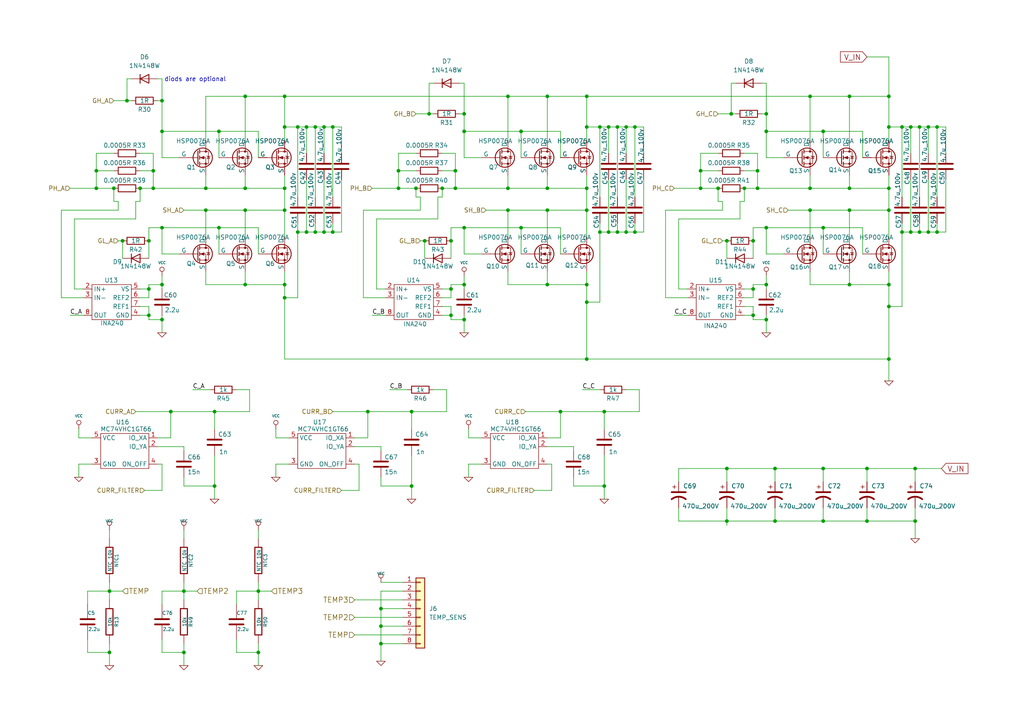
<source format=kicad_sch>
(kicad_sch (version 20231120) (generator "eeschema") (generator_version "8.0")
  (paper "A4")
  (title_block (title "MyVESC") (comment 2 "BREKESHEV BAKTIYAR"))
  (junction (at 264.16 36.83))
  (junction (at 93.98 67.31))
  (junction (at 170.18 36.83))
  (junction (at 43.18 83.82))
  (junction (at 62.23 140.97))
  (junction (at 264.16 67.31))
  (junction (at 115.57 49.53))
  (junction (at 238.76 66.04))
  (junction (at 246.38 82.55))
  (junction (at 222.25 38.1))
  (junction (at 246.38 54.61))
  (junction (at 82.55 86.36))
  (junction (at 218.44 69.85))
  (junction (at 170.18 104.14))
  (junction (at 71.12 54.61))
  (junction (at 119.38 140.97))
  (junction (at 173.99 67.31))
  (junction (at 33.02 54.61))
  (junction (at 71.12 82.55))
  (junction (at 212.09 33.02))
  (junction (at 181.61 67.31))
  (junction (at 179.07 67.31))
  (junction (at 218.44 83.82))
  (junction (at 218.44 91.44))
  (junction (at 266.7 36.83))
  (junction (at 266.7 67.31))
  (junction (at 219.71 54.61))
  (junction (at 71.12 27.94))
  (junction (at 110.49 181.61))
  (junction (at 170.18 87.63))
  (junction (at 35.56 69.85))
  (junction (at 46.99 82.55))
  (junction (at 269.24 67.31))
  (junction (at 27.94 54.61))
  (junction (at 132.08 49.53))
  (junction (at 147.32 60.96))
  (junction (at 53.34 171.45))
  (junction (at 106.68 119.38))
  (junction (at 170.18 60.96))
  (junction (at 46.99 66.04))
  (junction (at 93.98 36.83))
  (junction (at 130.81 83.82))
  (junction (at 151.13 38.1))
  (junction (at 88.9 36.83))
  (junction (at 257.81 82.55))
  (junction (at 86.36 67.31))
  (junction (at 124.46 33.02))
  (junction (at 175.26 140.97))
  (junction (at 110.49 186.69))
  (junction (at 271.78 36.83))
  (junction (at 27.94 49.53))
  (junction (at 130.81 69.85))
  (junction (at 158.75 27.94))
  (junction (at 82.55 54.61))
  (junction (at 74.93 171.45))
  (junction (at 134.62 38.1))
  (junction (at 147.32 27.94))
  (junction (at 31.75 189.23))
  (junction (at 224.79 135.89))
  (junction (at 132.08 54.61))
  (junction (at 170.18 82.55))
  (junction (at 134.62 33.02))
  (junction (at 184.15 36.83))
  (junction (at 96.52 67.31))
  (junction (at 134.62 82.55))
  (junction (at 44.45 49.53))
  (junction (at 175.26 119.38))
  (junction (at 91.44 67.31))
  (junction (at 170.18 27.94))
  (junction (at 203.2 54.61))
  (junction (at 36.83 29.21))
  (junction (at 82.55 60.96))
  (junction (at 269.24 36.83))
  (junction (at 257.81 54.61))
  (junction (at 222.25 66.04))
  (junction (at 251.46 135.89))
  (junction (at 74.93 189.23))
  (junction (at 222.25 82.55))
  (junction (at 210.82 69.85))
  (junction (at 46.99 29.21))
  (junction (at 40.64 54.61))
  (junction (at 251.46 151.13))
  (junction (at 82.55 27.94))
  (junction (at 173.99 36.83))
  (junction (at 96.52 36.83))
  (junction (at 238.76 135.89))
  (junction (at 246.38 27.94))
  (junction (at 224.79 151.13))
  (junction (at 246.38 60.96))
  (junction (at 82.55 82.55))
  (junction (at 222.25 92.71))
  (junction (at 238.76 38.1))
  (junction (at 208.28 54.61))
  (junction (at 176.53 67.31))
  (junction (at 91.44 36.83))
  (junction (at 115.57 54.61))
  (junction (at 219.71 49.53))
  (junction (at 59.69 60.96))
  (junction (at 63.5 38.1))
  (junction (at 130.81 91.44))
  (junction (at 257.81 104.14))
  (junction (at 46.99 92.71))
  (junction (at 176.53 36.83))
  (junction (at 238.76 151.13))
  (junction (at 82.55 36.83))
  (junction (at 43.18 91.44))
  (junction (at 203.2 49.53))
  (junction (at 53.34 189.23))
  (junction (at 158.75 54.61))
  (junction (at 265.43 135.89))
  (junction (at 43.18 69.85))
  (junction (at 147.32 54.61))
  (junction (at 31.75 171.45))
  (junction (at 234.95 54.61))
  (junction (at 257.81 36.83))
  (junction (at 271.78 67.31))
  (junction (at 134.62 66.04))
  (junction (at 265.43 151.13))
  (junction (at 181.61 36.83))
  (junction (at 62.23 119.38))
  (junction (at 134.62 92.71))
  (junction (at 128.27 54.61))
  (junction (at 210.82 151.13))
  (junction (at 123.19 69.85))
  (junction (at 151.13 66.04))
  (junction (at 71.12 60.96))
  (junction (at 215.9 54.61))
  (junction (at 158.75 82.55))
  (junction (at 63.5 66.04))
  (junction (at 222.25 33.02))
  (junction (at 162.56 119.38))
  (junction (at 257.81 60.96))
  (junction (at 184.15 67.31))
  (junction (at 261.62 67.31))
  (junction (at 170.18 54.61))
  (junction (at 44.45 54.61))
  (junction (at 179.07 36.83))
  (junction (at 210.82 135.89))
  (junction (at 234.95 60.96))
  (junction (at 59.69 54.61))
  (junction (at 119.38 119.38))
  (junction (at 88.9 67.31))
  (junction (at 234.95 27.94))
  (junction (at 86.36 36.83))
  (junction (at 49.53 119.38))
  (junction (at 120.65 54.61))
  (junction (at 46.99 38.1))
  (junction (at 110.49 176.53))
  (junction (at 158.75 60.96))
  (junction (at 257.81 88.9))
  (junction (at 257.81 27.94))
  (junction (at 261.62 36.83))
  (wire (pts (xy 119.38 132.08) (xy 119.38 140.97)))
  (wire (pts (xy 43.18 86.36) (xy 43.18 83.82)))
  (wire (pts (xy 134.62 82.55) (xy 130.81 82.55)))
  (wire (pts (xy 210.82 151.13) (xy 210.82 152.4)))
  (wire (pts (xy 121.92 57.15) (xy 121.92 60.96)))
  (wire (pts (xy 46.99 29.21) (xy 46.99 38.1)))
  (wire (pts (xy 96.52 36.83) (xy 96.52 57.15)))
  (wire (pts (xy 86.36 86.36) (xy 86.36 67.31)))
  (wire (pts (xy 222.25 24.13) (xy 222.25 33.02)))
  (wire (pts (xy 121.92 60.96) (xy 105.41 60.96)))
  (wire (pts (xy 196.85 83.82) (xy 196.85 63.5)))
  (wire (pts (xy 173.99 87.63) (xy 173.99 67.31)))
  (wire (pts (xy 257.81 36.83) (xy 257.81 40.64)))
  (wire (pts (xy 68.58 171.45) (xy 68.58 175.26)))
  (wire (pts (xy 40.64 44.45) (xy 44.45 44.45)))
  (wire (pts (xy 109.22 63.5) (xy 127 63.5)))
  (wire (pts (xy 170.18 60.96) (xy 170.18 68.58)))
  (wire (pts (xy 99.06 44.45) (xy 99.06 36.83)))
  (wire (pts (xy 46.99 83.82) (xy 46.99 82.55)))
  (wire (pts (xy 110.49 171.45) (xy 110.49 176.53)))
  (wire (pts (xy 147.32 68.58) (xy 147.32 60.96)))
  (wire (pts (xy 266.7 36.83) (xy 269.24 36.83)))
  (wire (pts (xy 102.87 184.15) (xy 116.84 184.15)))
  (wire (pts (xy 44.45 54.61) (xy 44.45 49.53)))
  (wire (pts (xy 222.25 45.72) (xy 222.25 38.1)))
  (wire (pts (xy 250.19 73.66) (xy 250.19 66.04)))
  (wire (pts (xy 52.07 45.72) (xy 46.99 45.72)))
  (wire (pts (xy 134.62 24.13) (xy 134.62 33.02)))
  (wire (pts (xy 227.33 73.66) (xy 222.25 73.66)))
  (wire (pts (xy 215.9 44.45) (xy 219.71 44.45)))
  (wire (pts (xy 170.18 104.14) (xy 170.18 87.63)))
  (wire (pts (xy 99.06 52.07) (xy 99.06 67.31)))
  (wire (pts (xy 68.58 185.42) (xy 68.58 189.23)))
  (wire (pts (xy 238.76 139.7) (xy 238.76 135.89)))
  (wire (pts (xy 27.94 54.61) (xy 27.94 49.53)))
  (wire (pts (xy 46.99 45.72) (xy 46.99 38.1)))
  (wire (pts (xy 203.2 54.61) (xy 203.2 49.53)))
  (wire (pts (xy 80.01 134.62) (xy 80.01 138.43)))
  (wire (pts (xy 184.15 36.83) (xy 184.15 57.15)))
  (wire (pts (xy 158.75 82.55) (xy 170.18 82.55)))
  (wire (pts (xy 45.72 134.62) (xy 46.99 134.62)))
  (wire (pts (xy 208.28 44.45) (xy 203.2 44.45)))
  (wire (pts (xy 166.37 140.97) (xy 175.26 140.97)))
  (wire (pts (xy 25.4 171.45) (xy 25.4 175.26)))
  (wire (pts (xy 170.18 54.61) (xy 170.18 60.96)))
  (wire (pts (xy 251.46 151.13) (xy 251.46 147.32)))
  (wire (pts (xy 170.18 104.14) (xy 257.81 104.14)))
  (wire (pts (xy 72.39 113.03) (xy 72.39 119.38)))
  (wire (pts (xy 53.34 140.97) (xy 53.34 138.43)))
  (wire (pts (xy 234.95 27.94) (xy 246.38 27.94)))
  (wire (pts (xy 175.26 119.38) (xy 162.56 119.38)))
  (wire (pts (xy 123.19 69.85) (xy 121.92 69.85)))
  (wire (pts (xy 170.18 50.8) (xy 170.18 54.61)))
  (wire (pts (xy 62.23 140.97) (xy 62.23 144.78)))
  (wire (pts (xy 212.09 33.02) (xy 213.36 33.02)))
  (wire (pts (xy 88.9 36.83) (xy 88.9 44.45)))
  (wire (pts (xy 212.09 24.13) (xy 212.09 33.02)))
  (wire (pts (xy 35.56 69.85) (xy 35.56 74.93)))
  (wire (pts (xy 151.13 38.1) (xy 162.56 38.1)))
  (wire (pts (xy 215.9 83.82) (xy 218.44 83.82)))
  (wire (pts (xy 82.55 27.94) (xy 147.32 27.94)))
  (wire (pts (xy 170.18 78.74) (xy 170.18 82.55)))
  (wire (pts (xy 93.98 36.83) (xy 93.98 44.45)))
  (wire (pts (xy 46.99 82.55) (xy 43.18 82.55)))
  (wire (pts (xy 195.58 54.61) (xy 203.2 54.61)))
  (wire (pts (xy 209.55 60.96) (xy 209.55 58.42)))
  (wire (pts (xy 238.76 66.04) (xy 222.25 66.04)))
  (wire (pts (xy 110.49 130.81) (xy 110.49 129.54)))
  (wire (pts (xy 219.71 54.61) (xy 234.95 54.61)))
  (wire (pts (xy 43.18 69.85) (xy 43.18 74.93)))
  (wire (pts (xy 166.37 129.54) (xy 158.75 129.54)))
  (wire (pts (xy 33.02 29.21) (xy 36.83 29.21)))
  (wire (pts (xy 209.55 58.42) (xy 208.28 58.42)))
  (wire (pts (xy 110.49 186.69) (xy 110.49 191.77)))
  (wire (pts (xy 266.7 36.83) (xy 266.7 57.15)))
  (wire (pts (xy 91.44 67.31) (xy 93.98 67.31)))
  (wire (pts (xy 222.25 92.71) (xy 222.25 96.52)))
  (wire (pts (xy 25.4 171.45) (xy 31.75 171.45)))
  (wire (pts (xy 25.4 185.42) (xy 25.4 189.23)))
  (wire (pts (xy 130.81 66.04) (xy 130.81 69.85)))
  (wire (pts (xy 218.44 69.85) (xy 218.44 74.93)))
  (wire (pts (xy 43.18 66.04) (xy 43.18 69.85)))
  (wire (pts (xy 134.62 45.72) (xy 134.62 38.1)))
  (wire (pts (xy 234.95 78.74) (xy 234.95 82.55)))
  (wire (pts (xy 273.05 135.89) (xy 265.43 135.89)))
  (wire (pts (xy 53.34 171.45) (xy 57.15 171.45)))
  (wire (pts (xy 147.32 54.61) (xy 158.75 54.61)))
  (wire (pts (xy 71.12 82.55) (xy 71.12 78.74)))
  (wire (pts (xy 173.99 67.31) (xy 176.53 67.31)))
  (wire (pts (xy 218.44 88.9) (xy 218.44 91.44)))
  (wire (pts (xy 257.81 88.9) (xy 257.81 82.55)))
  (wire (pts (xy 71.12 27.94) (xy 82.55 27.94)))
  (wire (pts (xy 53.34 130.81) (xy 53.34 129.54)))
  (wire (pts (xy 39.37 119.38) (xy 49.53 119.38)))
  (wire (pts (xy 36.83 29.21) (xy 38.1 29.21)))
  (wire (pts (xy 31.75 171.45) (xy 35.56 171.45)))
  (wire (pts (xy 91.44 67.31) (xy 91.44 64.77)))
  (wire (pts (xy 220.98 24.13) (xy 222.25 24.13)))
  (wire (pts (xy 71.12 27.94) (xy 71.12 40.64)))
  (wire (pts (xy 33.02 58.42) (xy 33.02 54.61)))
  (wire (pts (xy 269.24 36.83) (xy 269.24 44.45)))
  (wire (pts (xy 181.61 36.83) (xy 184.15 36.83)))
  (wire (pts (xy 196.85 63.5) (xy 214.63 63.5)))
  (wire (pts (xy 82.55 78.74) (xy 82.55 82.55)))
  (wire (pts (xy 115.57 54.61) (xy 115.57 49.53)))
  (wire (pts (xy 265.43 151.13) (xy 251.46 151.13)))
  (wire (pts (xy 220.98 33.02) (xy 222.25 33.02)))
  (wire (pts (xy 170.18 87.63) (xy 173.99 87.63)))
  (wire (pts (xy 139.7 73.66) (xy 134.62 73.66)))
  (wire (pts (xy 71.12 60.96) (xy 71.12 68.58)))
  (wire (pts (xy 234.95 60.96) (xy 246.38 60.96)))
  (wire (pts (xy 46.99 134.62) (xy 46.99 142.24)))
  (wire (pts (xy 203.2 44.45) (xy 203.2 49.53)))
  (wire (pts (xy 170.18 36.83) (xy 173.99 36.83)))
  (wire (pts (xy 158.75 60.96) (xy 170.18 60.96)))
  (wire (pts (xy 184.15 67.31) (xy 186.69 67.31)))
  (wire (pts (xy 53.34 140.97) (xy 62.23 140.97)))
  (wire (pts (xy 238.76 73.66) (xy 238.76 66.04)))
  (wire (pts (xy 271.78 67.31) (xy 271.78 64.77)))
  (wire (pts (xy 147.32 50.8) (xy 147.32 54.61)))
  (wire (pts (xy 130.81 82.55) (xy 130.81 83.82)))
  (wire (pts (xy 93.98 67.31) (xy 96.52 67.31)))
  (wire (pts (xy 196.85 139.7) (xy 196.85 135.89)))
  (wire (pts (xy 265.43 151.13) (xy 265.43 156.21)))
  (wire (pts (xy 266.7 67.31) (xy 269.24 67.31)))
  (wire (pts (xy 158.75 54.61) (xy 158.75 50.8)))
  (wire (pts (xy 109.22 83.82) (xy 111.76 83.82)))
  (wire (pts (xy 124.46 24.13) (xy 125.73 24.13)))
  (wire (pts (xy 257.81 60.96) (xy 257.81 68.58)))
  (wire (pts (xy 17.78 86.36) (xy 24.13 86.36)))
  (wire (pts (xy 46.99 189.23) (xy 53.34 189.23)))
  (wire (pts (xy 128.27 86.36) (xy 130.81 86.36)))
  (wire (pts (xy 86.36 67.31) (xy 86.36 64.77)))
  (wire (pts (xy 127 57.15) (xy 127 63.5)))
  (wire (pts (xy 147.32 40.64) (xy 147.32 27.94)))
  (wire (pts (xy 203.2 54.61) (xy 208.28 54.61)))
  (wire (pts (xy 31.75 171.45) (xy 31.75 173.99)))
  (wire (pts (xy 74.93 171.45) (xy 78.74 171.45)))
  (wire (pts (xy 53.34 186.69) (xy 53.34 189.23)))
  (wire (pts (xy 269.24 52.07) (xy 269.24 67.31)))
  (wire (pts (xy 82.55 104.14) (xy 170.18 104.14)))
  (wire (pts (xy 140.97 60.96) (xy 147.32 60.96)))
  (wire (pts (xy 59.69 40.64) (xy 59.69 27.94)))
  (wire (pts (xy 82.55 54.61) (xy 82.55 60.96)))
  (wire (pts (xy 96.52 119.38) (xy 106.68 119.38)))
  (wire (pts (xy 22.86 134.62) (xy 22.86 138.43)))
  (wire (pts (xy 31.75 168.91) (xy 31.75 171.45)))
  (wire (pts (xy 246.38 60.96) (xy 246.38 68.58)))
  (wire (pts (xy 123.19 69.85) (xy 123.19 74.93)))
  (wire (pts (xy 222.25 66.04) (xy 222.25 73.66)))
  (wire (pts (xy 224.79 135.89) (xy 238.76 135.89)))
  (wire (pts (xy 215.9 54.61) (xy 219.71 54.61)))
  (wire (pts (xy 151.13 38.1) (xy 134.62 38.1)))
  (wire (pts (xy 134.62 91.44) (xy 134.62 92.71)))
  (wire (pts (xy 196.85 151.13) (xy 210.82 151.13)))
  (wire (pts (xy 106.68 119.38) (xy 106.68 127)))
  (wire (pts (xy 55.88 113.03) (xy 60.96 113.03)))
  (wire (pts (xy 238.76 45.72) (xy 238.76 38.1)))
  (wire (pts (xy 46.99 171.45) (xy 46.99 175.26)))
  (wire (pts (xy 222.25 91.44) (xy 222.25 92.71)))
  (wire (pts (xy 62.23 132.08) (xy 62.23 140.97)))
  (wire (pts (xy 71.12 60.96) (xy 82.55 60.96)))
  (wire (pts (xy 128.27 88.9) (xy 130.81 88.9)))
  (wire (pts (xy 53.34 168.91) (xy 53.34 171.45)))
  (wire (pts (xy 196.85 83.82) (xy 199.39 83.82)))
  (wire (pts (xy 158.75 82.55) (xy 158.75 78.74)))
  (wire (pts (xy 53.34 171.45) (xy 53.34 173.99)))
  (wire (pts (xy 63.5 73.66) (xy 63.5 66.04)))
  (wire (pts (xy 185.42 113.03) (xy 181.61 113.03)))
  (wire (pts (xy 265.43 139.7) (xy 265.43 135.89)))
  (wire (pts (xy 40.64 86.36) (xy 43.18 86.36)))
  (wire (pts (xy 147.32 82.55) (xy 158.75 82.55)))
  (wire (pts (xy 59.69 27.94) (xy 71.12 27.94)))
  (wire (pts (xy 130.81 86.36) (xy 130.81 83.82)))
  (wire (pts (xy 132.08 54.61) (xy 147.32 54.61)))
  (wire (pts (xy 147.32 27.94) (xy 158.75 27.94)))
  (wire (pts (xy 59.69 82.55) (xy 71.12 82.55)))
  (wire (pts (xy 115.57 44.45) (xy 115.57 49.53)))
  (wire (pts (xy 218.44 66.04) (xy 222.25 66.04)))
  (wire (pts (xy 63.5 38.1) (xy 46.99 38.1)))
  (wire (pts (xy 74.93 73.66) (xy 74.93 66.04)))
  (wire (pts (xy 27.94 49.53) (xy 33.02 49.53)))
  (wire (pts (xy 274.32 52.07) (xy 274.32 67.31)))
  (wire (pts (xy 129.54 113.03) (xy 129.54 119.38)))
  (wire (pts (xy 113.03 113.03) (xy 118.11 113.03)))
  (wire (pts (xy 134.62 92.71) (xy 130.81 92.71)))
  (wire (pts (xy 257.81 104.14) (xy 257.81 88.9)))
  (wire (pts (xy 238.76 38.1) (xy 222.25 38.1)))
  (wire (pts (xy 261.62 67.31) (xy 261.62 64.77)))
  (wire (pts (xy 176.53 36.83) (xy 176.53 44.45)))
  (wire (pts (xy 179.07 67.31) (xy 181.61 67.31)))
  (wire (pts (xy 170.18 36.83) (xy 170.18 40.64)))
  (wire (pts (xy 210.82 69.85) (xy 210.82 74.93)))
  (wire (pts (xy 52.07 73.66) (xy 46.99 73.66)))
  (wire (pts (xy 246.38 54.61) (xy 257.81 54.61)))
  (wire (pts (xy 208.28 33.02) (xy 212.09 33.02)))
  (wire (pts (xy 139.7 45.72) (xy 134.62 45.72)))
  (wire (pts (xy 128.27 83.82) (xy 130.81 83.82)))
  (wire (pts (xy 234.95 82.55) (xy 246.38 82.55)))
  (wire (pts (xy 219.71 54.61) (xy 219.71 49.53)))
  (wire (pts (xy 43.18 88.9) (xy 43.18 91.44)))
  (wire (pts (xy 40.64 58.42) (xy 40.64 54.61)))
  (wire (pts (xy 222.25 92.71) (xy 218.44 92.71)))
  (wire (pts (xy 33.02 44.45) (xy 27.94 44.45)))
  (wire (pts (xy 151.13 73.66) (xy 151.13 66.04)))
  (wire (pts (xy 59.69 54.61) (xy 71.12 54.61)))
  (wire (pts (xy 219.71 44.45) (xy 219.71 49.53)))
  (wire (pts (xy 251.46 16.51) (xy 257.81 16.51)))
  (wire (pts (xy 271.78 67.31) (xy 274.32 67.31)))
  (wire (pts (xy 128.27 57.15) (xy 128.27 54.61)))
  (wire (pts (xy 59.69 78.74) (xy 59.69 82.55)))
  (wire (pts (xy 208.28 54.61) (xy 208.28 58.42)))
  (wire (pts (xy 181.61 67.31) (xy 184.15 67.31)))
  (wire (pts (xy 91.44 36.83) (xy 91.44 57.15)))
  (wire (pts (xy 210.82 147.32) (xy 210.82 151.13)))
  (wire (pts (xy 88.9 67.31) (xy 91.44 67.31)))
  (wire (pts (xy 257.81 50.8) (xy 257.81 54.61)))
  (wire (pts (xy 166.37 140.97) (xy 166.37 138.43)))
  (wire (pts (xy 119.38 140.97) (xy 119.38 144.78)))
  (wire (pts (xy 46.99 171.45) (xy 53.34 171.45)))
  (wire (pts (xy 160.02 134.62) (xy 160.02 142.24)))
  (wire (pts (xy 74.93 186.69) (xy 74.93 189.23)))
  (wire (pts (xy 40.64 83.82) (xy 43.18 83.82)))
  (wire (pts (xy 116.84 181.61) (xy 110.49 181.61)))
  (wire (pts (xy 71.12 54.61) (xy 71.12 50.8)))
  (wire (pts (xy 44.45 44.45) (xy 44.45 49.53)))
  (wire (pts (xy 175.26 132.08) (xy 175.26 140.97)))
  (wire (pts (xy 63.5 66.04) (xy 74.93 66.04)))
  (wire (pts (xy 39.37 63.5) (xy 39.37 58.42)))
  (wire (pts (xy 224.79 139.7) (xy 224.79 135.89)))
  (wire (pts (xy 21.59 83.82) (xy 21.59 63.5)))
  (wire (pts (xy 53.34 60.96) (xy 59.69 60.96)))
  (wire (pts (xy 210.82 135.89) (xy 210.82 139.7)))
  (wire (pts (xy 222.25 82.55) (xy 218.44 82.55)))
  (wire (pts (xy 162.56 127) (xy 158.75 127)))
  (wire (pts (xy 185.42 113.03) (xy 185.42 119.38)))
  (wire (pts (xy 246.38 27.94) (xy 246.38 40.64)))
  (wire (pts (xy 218.44 82.55) (xy 218.44 83.82)))
  (wire (pts (xy 26.67 127) (xy 22.86 127)))
  (wire (pts (xy 257.81 104.14) (xy 257.81 110.49)))
  (wire (pts (xy 82.55 104.14) (xy 82.55 86.36)))
  (wire (pts (xy 63.5 45.72) (xy 63.5 38.1)))
  (wire (pts (xy 274.32 44.45) (xy 274.32 36.83)))
  (wire (pts (xy 96.52 67.31) (xy 99.06 67.31)))
  (wire (pts (xy 251.46 139.7) (xy 251.46 135.89)))
  (wire (pts (xy 44.45 54.61) (xy 59.69 54.61)))
  (wire (pts (xy 175.26 124.46) (xy 175.26 119.38)))
  (wire (pts (xy 39.37 58.42) (xy 40.64 58.42)))
  (wire (pts (xy 134.62 33.02) (xy 134.62 38.1)))
  (wire (pts (xy 158.75 60.96) (xy 158.75 68.58)))
  (wire (pts (xy 218.44 92.71) (xy 218.44 91.44)))
  (wire (pts (xy 257.81 16.51) (xy 257.81 27.94)))
  (wire (pts (xy 86.36 36.83) (xy 88.9 36.83)))
  (wire (pts (xy 238.76 66.04) (xy 250.19 66.04)))
  (wire (pts (xy 86.36 67.31) (xy 88.9 67.31)))
  (wire (pts (xy 34.29 60.96) (xy 34.29 58.42)))
  (wire (pts (xy 82.55 36.83) (xy 86.36 36.83)))
  (wire (pts (xy 83.82 127) (xy 80.01 127)))
  (wire (pts (xy 83.82 134.62) (xy 80.01 134.62)))
  (wire (pts (xy 261.62 67.31) (xy 264.16 67.31)))
  (wire (pts (xy 238.76 38.1) (xy 250.19 38.1)))
  (wire (pts (xy 261.62 36.83) (xy 264.16 36.83)))
  (wire (pts (xy 134.62 82.55) (xy 134.62 80.01)))
  (wire (pts (xy 46.99 185.42) (xy 46.99 189.23)))
  (wire (pts (xy 102.87 173.99) (xy 116.84 173.99)))
  (wire (pts (xy 193.04 86.36) (xy 199.39 86.36)))
  (wire (pts (xy 34.29 58.42) (xy 33.02 58.42)))
  (wire (pts (xy 173.99 67.31) (xy 173.99 64.77)))
  (wire (pts (xy 186.69 52.07) (xy 186.69 67.31)))
  (wire (pts (xy 214.63 63.5) (xy 214.63 58.42)))
  (wire (pts (xy 173.99 36.83) (xy 173.99 57.15)))
  (wire (pts (xy 175.26 140.97) (xy 175.26 144.78)))
  (wire (pts (xy 271.78 36.83) (xy 271.78 57.15)))
  (wire (pts (xy 74.93 171.45) (xy 74.93 173.99)))
  (wire (pts (xy 110.49 140.97) (xy 110.49 138.43)))
  (wire (pts (xy 222.25 82.55) (xy 222.25 80.01)))
  (wire (pts (xy 257.81 36.83) (xy 261.62 36.83)))
  (wire (pts (xy 181.61 52.07) (xy 181.61 67.31)))
  (wire (pts (xy 179.07 36.83) (xy 179.07 57.15)))
  (wire (pts (xy 224.79 147.32) (xy 224.79 151.13)))
  (wire (pts (xy 59.69 68.58) (xy 59.69 60.96)))
  (wire (pts (xy 160.02 142.24) (xy 154.94 142.24)))
  (wire (pts (xy 222.25 33.02) (xy 222.25 38.1)))
  (wire (pts (xy 124.46 24.13) (xy 124.46 33.02)))
  (wire (pts (xy 264.16 36.83) (xy 266.7 36.83)))
  (wire (pts (xy 210.82 69.85) (xy 209.55 69.85)))
  (wire (pts (xy 110.49 140.97) (xy 119.38 140.97)))
  (wire (pts (xy 166.37 130.81) (xy 166.37 129.54)))
  (wire (pts (xy 72.39 113.03) (xy 68.58 113.03)))
  (wire (pts (xy 43.18 66.04) (xy 46.99 66.04)))
  (wire (pts (xy 86.36 36.83) (xy 86.36 57.15)))
  (wire (pts (xy 59.69 50.8) (xy 59.69 54.61)))
  (wire (pts (xy 170.18 27.94) (xy 234.95 27.94)))
  (wire (pts (xy 134.62 66.04) (xy 134.62 73.66)))
  (wire (pts (xy 264.16 67.31) (xy 266.7 67.31)))
  (wire (pts (xy 116.84 176.53) (xy 110.49 176.53)))
  (wire (pts (xy 46.99 29.21) (xy 45.72 29.21)))
  (wire (pts (xy 129.54 113.03) (xy 125.73 113.03)))
  (wire (pts (xy 264.16 52.07) (xy 264.16 67.31)))
  (wire (pts (xy 151.13 45.72) (xy 151.13 38.1)))
  (wire (pts (xy 25.4 189.23) (xy 31.75 189.23)))
  (wire (pts (xy 257.81 88.9) (xy 261.62 88.9)))
  (wire (pts (xy 36.83 22.86) (xy 36.83 29.21)))
  (wire (pts (xy 82.55 60.96) (xy 82.55 68.58)))
  (wire (pts (xy 88.9 52.07) (xy 88.9 67.31)))
  (wire (pts (xy 46.99 66.04) (xy 46.99 73.66)))
  (wire (pts (xy 215.9 91.44) (xy 218.44 91.44)))
  (wire (pts (xy 53.34 153.67) (xy 53.34 156.21)))
  (wire (pts (xy 210.82 151.13) (xy 224.79 151.13)))
  (wire (pts (xy 151.13 66.04) (xy 134.62 66.04)))
  (wire (pts (xy 72.39 119.38) (xy 62.23 119.38)))
  (wire (pts (xy 246.38 54.61) (xy 246.38 50.8)))
  (wire (pts (xy 234.95 50.8) (xy 234.95 54.61)))
  (wire (pts (xy 62.23 119.38) (xy 49.53 119.38)))
  (wire (pts (xy 46.99 142.24) (xy 41.91 142.24)))
  (wire (pts (xy 250.19 45.72) (xy 250.19 38.1)))
  (wire (pts (xy 115.57 49.53) (xy 120.65 49.53)))
  (wire (pts (xy 162.56 73.66) (xy 162.56 66.04)))
  (wire (pts (xy 152.4 119.38) (xy 162.56 119.38)))
  (wire (pts (xy 196.85 135.89) (xy 210.82 135.89)))
  (wire (pts (xy 158.75 54.61) (xy 170.18 54.61)))
  (wire (pts (xy 227.33 45.72) (xy 222.25 45.72)))
  (wire (pts (xy 134.62 83.82) (xy 134.62 82.55)))
  (wire (pts (xy 193.04 60.96) (xy 193.04 86.36)))
  (wire (pts (xy 151.13 66.04) (xy 162.56 66.04)))
  (wire (pts (xy 80.01 124.46) (xy 80.01 127)))
  (wire (pts (xy 102.87 134.62) (xy 104.14 134.62)))
  (wire (pts (xy 115.57 54.61) (xy 120.65 54.61)))
  (wire (pts (xy 35.56 69.85) (xy 34.29 69.85)))
  (wire (pts (xy 71.12 54.61) (xy 82.55 54.61)))
  (wire (pts (xy 139.7 127) (xy 135.89 127)))
  (wire (pts (xy 158.75 134.62) (xy 160.02 134.62)))
  (wire (pts (xy 91.44 36.83) (xy 93.98 36.83)))
  (wire (pts (xy 269.24 36.83) (xy 271.78 36.83)))
  (wire (pts (xy 21.59 83.82) (xy 24.13 83.82)))
  (wire (pts (xy 102.87 179.07) (xy 116.84 179.07)))
  (wire (pts (xy 31.75 186.69) (xy 31.75 189.23)))
  (wire (pts (xy 62.23 124.46) (xy 62.23 119.38)))
  (wire (pts (xy 246.38 60.96) (xy 257.81 60.96)))
  (wire (pts (xy 215.9 54.61) (xy 215.9 58.42)))
  (wire (pts (xy 261.62 88.9) (xy 261.62 67.31)))
  (wire (pts (xy 215.9 49.53) (xy 219.71 49.53)))
  (wire (pts (xy 176.53 52.07) (xy 176.53 67.31)))
  (wire (pts (xy 43.18 82.55) (xy 43.18 83.82)))
  (wire (pts (xy 228.6 60.96) (xy 234.95 60.96)))
  (wire (pts (xy 196.85 147.32) (xy 196.85 151.13)))
  (wire (pts (xy 246.38 82.55) (xy 257.81 82.55)))
  (wire (pts (xy 34.29 60.96) (xy 17.78 60.96)))
  (wire (pts (xy 110.49 181.61) (xy 110.49 186.69)))
  (wire (pts (xy 116.84 171.45) (xy 110.49 171.45)))
  (wire (pts (xy 130.81 66.04) (xy 134.62 66.04)))
  (wire (pts (xy 132.08 44.45) (xy 132.08 49.53)))
  (wire (pts (xy 74.93 153.67) (xy 74.93 156.21)))
  (wire (pts (xy 63.5 66.04) (xy 46.99 66.04)))
  (wire (pts (xy 184.15 36.83) (xy 186.69 36.83)))
  (wire (pts (xy 265.43 147.32) (xy 265.43 151.13)))
  (wire (pts (xy 162.56 45.72) (xy 162.56 38.1)))
  (wire (pts (xy 71.12 82.55) (xy 82.55 82.55)))
  (wire (pts (xy 203.2 49.53) (xy 208.28 49.53)))
  (wire (pts (xy 238.76 151.13) (xy 251.46 151.13)))
  (wire (pts (xy 68.58 171.45) (xy 74.93 171.45)))
  (wire (pts (xy 124.46 33.02) (xy 125.73 33.02)))
  (wire (pts (xy 74.93 168.91) (xy 74.93 171.45)))
  (wire (pts (xy 110.49 168.91) (xy 116.84 168.91)))
  (wire (pts (xy 135.89 124.46) (xy 135.89 127)))
  (wire (pts (xy 261.62 36.83) (xy 261.62 57.15)))
  (wire (pts (xy 82.55 86.36) (xy 82.55 82.55)))
  (wire (pts (xy 224.79 135.89) (xy 210.82 135.89)))
  (wire (pts (xy 27.94 44.45) (xy 27.94 49.53)))
  (wire (pts (xy 17.78 60.96) (xy 17.78 86.36)))
  (wire (pts (xy 176.53 67.31) (xy 179.07 67.31)))
  (wire (pts (xy 218.44 66.04) (xy 218.44 69.85)))
  (wire (pts (xy 158.75 27.94) (xy 170.18 27.94)))
  (wire (pts (xy 128.27 49.53) (xy 132.08 49.53)))
  (wire (pts (xy 82.55 36.83) (xy 82.55 40.64)))
  (wire (pts (xy 82.55 27.94) (xy 82.55 36.83)))
  (wire (pts (xy 147.32 78.74) (xy 147.32 82.55)))
  (wire (pts (xy 170.18 87.63) (xy 170.18 82.55)))
  (wire (pts (xy 185.42 119.38) (xy 175.26 119.38)))
  (wire (pts (xy 46.99 22.86) (xy 46.99 29.21)))
  (wire (pts (xy 147.32 60.96) (xy 158.75 60.96)))
  (wire (pts (xy 222.25 83.82) (xy 222.25 82.55)))
  (wire (pts (xy 121.92 57.15) (xy 120.65 57.15)))
  (wire (pts (xy 22.86 124.46) (xy 22.86 127)))
  (wire (pts (xy 119.38 119.38) (xy 106.68 119.38)))
  (wire (pts (xy 127 57.15) (xy 128.27 57.15)))
  (wire (pts (xy 179.07 36.83) (xy 181.61 36.83)))
  (wire (pts (xy 74.93 45.72) (xy 74.93 38.1)))
  (wire (pts (xy 129.54 119.38) (xy 119.38 119.38)))
  (wire (pts (xy 82.55 50.8) (xy 82.55 54.61)))
  (wire (pts (xy 269.24 67.31) (xy 271.78 67.31)))
  (wire (pts (xy 130.81 92.71) (xy 130.81 91.44)))
  (wire (pts (xy 170.18 27.94) (xy 170.18 36.83)))
  (wire (pts (xy 130.81 88.9) (xy 130.81 91.44)))
  (wire (pts (xy 162.56 119.38) (xy 162.56 127)))
  (wire (pts (xy 133.35 24.13) (xy 134.62 24.13)))
  (wire (pts (xy 104.14 142.24) (xy 99.06 142.24)))
  (wire (pts (xy 107.95 91.44) (xy 111.76 91.44)))
  (wire (pts (xy 46.99 92.71) (xy 43.18 92.71)))
  (wire (pts (xy 135.89 134.62) (xy 135.89 138.43)))
  (wire (pts (xy 105.41 60.96) (xy 105.41 86.36)))
  (wire (pts (xy 31.75 153.67) (xy 31.75 156.21)))
  (wire (pts (xy 120.65 33.02) (xy 124.46 33.02)))
  (wire (pts (xy 224.79 151.13) (xy 238.76 151.13)))
  (wire (pts (xy 119.38 124.46) (xy 119.38 119.38)))
  (wire (pts (xy 53.34 189.23) (xy 53.34 193.04)))
  (wire (pts (xy 43.18 92.71) (xy 43.18 91.44)))
  (wire (pts (xy 46.99 91.44) (xy 46.99 92.71)))
  (wire (pts (xy 215.9 86.36) (xy 218.44 86.36)))
  (wire (pts (xy 234.95 68.58) (xy 234.95 60.96)))
  (wire (pts (xy 82.55 86.36) (xy 86.36 86.36)))
  (wire (pts (xy 246.38 82.55) (xy 246.38 78.74)))
  (wire (pts (xy 20.32 54.61) (xy 27.94 54.61)))
  (wire (pts (xy 110.49 129.54) (xy 102.87 129.54)))
  (wire (pts (xy 40.64 91.44) (xy 43.18 91.44)))
  (wire (pts (xy 109.22 83.82) (xy 109.22 63.5)))
  (wire (pts (xy 176.53 36.83) (xy 179.07 36.83)))
  (wire (pts (xy 31.75 189.23) (xy 31.75 193.04)))
  (wire (pts (xy 132.08 54.61) (xy 132.08 49.53)))
  (wire (pts (xy 21.59 63.5) (xy 39.37 63.5)))
  (wire (pts (xy 27.94 54.61) (xy 33.02 54.61)))
  (wire (pts (xy 238.76 147.32) (xy 238.76 151.13)))
  (wire (pts (xy 234.95 40.64) (xy 234.95 27.94)))
  (wire (pts (xy 36.83 22.86) (xy 38.1 22.86)))
  (wire (pts (xy 105.41 86.36) (xy 111.76 86.36)))
  (wire (pts (xy 46.99 82.55) (xy 46.99 80.01)))
  (wire (pts (xy 49.53 119.38) (xy 49.53 127)))
  (wire (pts (xy 93.98 36.83) (xy 96.52 36.83)))
  (wire (pts (xy 40.64 54.61) (xy 44.45 54.61)))
  (wire (pts (xy 195.58 91.44) (xy 199.39 91.44)))
  (wire (pts (xy 158.75 27.94) (xy 158.75 40.64)))
  (wire (pts (xy 104.14 134.62) (xy 104.14 142.24)))
  (wire (pts (xy 264.16 36.83) (xy 264.16 44.45)))
  (wire (pts (xy 74.93 189.23) (xy 74.93 193.04)))
  (wire (pts (xy 68.58 189.23) (xy 74.93 189.23)))
  (wire (pts (xy 134.62 92.71) (xy 134.62 96.52)))
  (wire (pts (xy 40.64 88.9) (xy 43.18 88.9)))
  (wire (pts (xy 184.15 67.31) (xy 184.15 64.77)))
  (wire (pts (xy 266.7 67.31) (xy 266.7 64.77)))
  (wire (pts (xy 96.52 67.31) (xy 96.52 64.77)))
  (wire (pts (xy 46.99 92.71) (xy 46.99 96.52)))
  (wire (pts (xy 107.95 54.61) (xy 115.57 54.61)))
  (wire (pts (xy 53.34 129.54) (xy 45.72 129.54)))
  (wire (pts (xy 257.81 78.74) (xy 257.81 82.55)))
  (wire (pts (xy 26.67 134.62) (xy 22.86 134.62)))
  (wire (pts (xy 63.5 38.1) (xy 74.93 38.1)))
  (wire (pts (xy 46.99 22.86) (xy 45.72 22.86)))
  (wire (pts (xy 246.38 27.94) (xy 257.81 27.94)))
  (wire (pts (xy 59.69 60.96) (xy 71.12 60.96)))
  (wire (pts (xy 88.9 36.83) (xy 91.44 36.83)))
  (wire (pts (xy 168.91 113.03) (xy 173.99 113.03)))
  (wire (pts (xy 215.9 88.9) (xy 218.44 88.9)))
  (wire (pts (xy 251.46 135.89) (xy 265.43 135.89)))
  (wire (pts (xy 213.36 24.13) (xy 212.09 24.13)))
  (wire (pts (xy 214.63 58.42) (xy 215.9 58.42)))
  (wire (pts (xy 139.7 134.62) (xy 135.89 134.62)))
  (wire (pts (xy 186.69 44.45) (xy 186.69 36.83)))
  (wire (pts (xy 257.81 54.61) (xy 257.81 60.96)))
  (wire (pts (xy 128.27 54.61) (xy 132.08 54.61)))
  (wire (pts (xy 181.61 36.83) (xy 181.61 44.45)))
  (wire (pts (xy 49.53 127) (xy 45.72 127)))
  (wire (pts (xy 128.27 44.45) (xy 132.08 44.45)))
  (wire (pts (xy 173.99 36.83) (xy 176.53 36.83)))
  (wire (pts (xy 20.32 91.44) (xy 24.13 91.44)))
  (wire (pts (xy 218.44 86.36) (xy 218.44 83.82)))
  (wire (pts (xy 120.65 44.45) (xy 115.57 44.45)))
  (wire (pts (xy 96.52 36.83) (xy 99.06 36.83)))
  (wire (pts (xy 93.98 52.07) (xy 93.98 67.31)))
  (wire (pts (xy 130.81 69.85) (xy 130.81 74.93)))
  (wire (pts (xy 179.07 67.31) (xy 179.07 64.77)))
  (wire (pts (xy 110.49 176.53) (xy 110.49 181.61)))
  (wire (pts (xy 234.95 54.61) (xy 246.38 54.61)))
  (wire (pts (xy 209.55 60.96) (xy 193.04 60.96)))
  (wire (pts (xy 40.64 49.53) (xy 44.45 49.53)))
  (wire (pts (xy 251.46 135.89) (xy 238.76 135.89)))
  (wire (pts (xy 133.35 33.02) (xy 134.62 33.02)))
  (wire (pts (xy 110.49 186.69) (xy 116.84 186.69)))
  (wire (pts (xy 106.68 127) (xy 102.87 127)))
  (wire (pts (xy 128.27 91.44) (xy 130.81 91.44)))
  (wire (pts (xy 257.81 27.94) (xy 257.81 36.83)))
  (wire (pts (xy 120.65 57.15) (xy 120.65 54.61)))
  (wire (pts (xy 271.78 36.83) (xy 274.32 36.83)))
  (text "diods are optional\n" (at 56.642 23.114 0) (effects (font (size 1.27 1.27))))
  (label "C_C" (at 195.58 91.44 0))
  (label "C_C" (at 168.91 113.03 0))
  (label "C_A" (at 55.88 113.03 0))
  (label "C_B" (at 107.95 91.44 0))
  (label "C_A" (at 20.32 91.44 0))
  (label "C_B" (at 113.03 113.03 0))
  (global_label "V_IN" (shape input) (at 251.46 16.51 180) (effects (font (size 1.524 1.524))) (property "Intersheetrefs" "${INTERSHEET_REFS}" (effects (hide yes))))
  (global_label "V_IN" (shape input) (at 273.05 135.89 0) (effects (font (size 1.524 1.524))) (property "Intersheetrefs" "${INTERSHEET_REFS}" (effects (hide yes))))
  (hierarchical_label "TEMP" (shape input) (at 35.56 171.45 0) (effects (font (size 1.524 1.524))))
  (hierarchical_label "SH_A" (shape input) (at 53.34 60.96 180))
  (hierarchical_label "GH_C" (shape input) (at 208.28 33.02 180))
  (hierarchical_label "TEMP2" (shape input) (at 102.87 179.07 180) (effects (font (size 1.524 1.524))))
  (hierarchical_label "TEMP" (shape input) (at 102.87 184.15 180) (effects (font (size 1.524 1.524))))
  (hierarchical_label "GH_B" (shape input) (at 120.65 33.02 180))
  (hierarchical_label "CURR_FILTER" (shape input) (at 41.91 142.24 180))
  (hierarchical_label "CURR_B" (shape input) (at 96.52 119.38 180))
  (hierarchical_label "GL_A" (shape input) (at 34.29 69.85 180))
  (hierarchical_label "PH_A" (shape input) (at 20.32 54.61 180))
  (hierarchical_label "GL_C" (shape input) (at 209.55 69.85 180))
  (hierarchical_label "CURR_A" (shape input) (at 39.37 119.38 180))
  (hierarchical_label "TEMP3" (shape input) (at 102.87 173.99 180) (effects (font (size 1.524 1.524))))
  (hierarchical_label "CURR_FILTER" (shape input) (at 99.06 142.24 180))
  (hierarchical_label "PH_B" (shape input) (at 107.95 54.61 180))
  (hierarchical_label "TEMP2" (shape input) (at 57.15 171.45 0) (effects (font (size 1.524 1.524))))
  (hierarchical_label "PH_C" (shape input) (at 195.58 54.61 180))
  (hierarchical_label "SH_B" (shape input) (at 140.97 60.96 180))
  (hierarchical_label "SH_C" (shape input) (at 228.6 60.96 180))
  (hierarchical_label "GH_A" (shape input) (at 33.02 29.21 180))
  (hierarchical_label "CURR_FILTER" (shape input) (at 154.94 142.24 180))
  (hierarchical_label "GL_B" (shape input) (at 121.92 69.85 180))
  (hierarchical_label "TEMP3" (shape input) (at 78.74 171.45 0) (effects (font (size 1.524 1.524))))
  (hierarchical_label "CURR_C" (shape input) (at 152.4 119.38 180))
  (symbol (lib_id "BLDC_4-rescue:R-RESCUE-BLDC_4") (at 31.75 162.56 0) (unit 1)
    (property "Reference" "NTC1" (at 33.782 162.56 90) (effects (font (size 1.016 1.016))))
    (property "Value" "NTC 10k" (at 31.9278 162.5346 90) (effects (font (size 1.016 1.016))))
    (property "Footprint" "Resistor_SMD:R_0603_1608Metric" (effects (hide yes)))
  )
  (symbol (lib_id "BLDC_4-rescue:R-RESCUE-BLDC_4") (at 31.75 180.34 0) (unit 1)
    (property "Reference" "R13" (at 33.782 180.34 90) (effects (font (size 1.016 1.016))))
    (property "Value" "10k" (at 31.9278 180.3146 90) (effects (font (size 1.016 1.016))))
    (property "Footprint" "Resistor_SMD:R_0603_1608Metric" (effects (hide yes)))
    (instances (project "Cheap FOCer 2 60mm" (path "" (reference "R13") (unit 1))) (project "MyVesc" (path "" (reference "R48") (unit 1))))
  )
  (symbol (lib_id "BLDC_4-rescue:C-RESCUE-BLDC_4") (at 25.4 180.34 0) (unit 1)
    (property "Reference" "C5" (at 25.4 177.8 0) (effects (font (size 1.016 1.016)) (justify left)))
    (property "Value" "2.2u" (at 25.5524 182.499 0) (effects (font (size 1.016 1.016)) (justify left)))
    (property "Footprint" "Capacitor_SMD:C_0603_1608Metric" (effects (hide yes)))
    (instances (project "Cheap FOCer 2 60mm" (path "" (reference "C5") (unit 1))) (project "MyVesc" (path "" (reference "C75") (unit 1))))
  )
  (symbol (lib_id "BLDC_4-rescue:VCC") (at 31.75 153.67 0) (unit 1)
    (property "Reference" "#PWR091" (effects (hide yes)))
    (property "Value" "VCC" (at 31.75 151.13 0) (effects (font (size 0.762 0.762))))
  )
  (symbol (lib_id "BLDC_4-rescue:GND-RESCUE-BLDC_4") (at 31.75 193.04 0) (unit 1)
    (property "Reference" "#PWR095" (effects (hide yes)))
    (property "Value" "GND" (effects (hide yes)))
  )
  (symbol (lib_id "Device:C") (at 269.24 48.26 0) (unit 1)
    (property "Reference" "C49" (at 268.224 53.34 90) (effects (justify left)))
    (property "Value" "4.7u_100v" (at 268.224 46.99 90) (effects (justify left)))
    (property "Footprint" "Capacitor_SMD:C_1210_3225Metric" (effects (hide yes)))
    (property "Description" "Unpolarized capacitor" (effects (hide yes)))
  )
  (symbol (lib_id "BLDC_4-rescue:GND-RESCUE-BLDC_4") (at 74.93 193.04 0) (unit 1)
    (property "Reference" "#PWR097" (effects (hide yes)))
    (property "Value" "GND" (effects (hide yes)))
  )
  (symbol (lib_id "BLDC_4-rescue:R-RESCUE-BLDC_4") (at 53.34 162.56 0) (unit 1)
    (property "Reference" "NTC2" (at 55.372 162.56 90) (effects (font (size 1.016 1.016))))
    (property "Value" "NTC 10k" (at 53.5178 162.5346 90) (effects (font (size 1.016 1.016))))
    (property "Footprint" "Resistor_SMD:R_0603_1608Metric" (effects (hide yes)))
  )
  (symbol (lib_name "NMOS_1") (lib_id "Simulation_SPICE:NMOS") (at 255.27 45.72 0) (unit 1)
    (property "Reference" "Q15" (at 251.714 49.53 0) (effects (justify left)))
    (property "Value" "HSP0076A" (at 249.174 40.894 0) (effects (justify left)))
    (property "Footprint" "Package_TO_SOT_THT:TO-220-3_Horizontal_TabUp" (effects (hide yes)))
    (property "Datasheet" "https://ngspice.sourceforge.io/docs/ngspice-html-manual/manual.xhtml#cha_MOSFETs" (effects (hide yes)))
    (property "Description" "N-MOSFET transistor, drain/source/gate" (effects (hide yes)))
    (property "Sim.Device" "NMOS" (effects (hide yes)))
    (property "Sim.Type" "VDMOS" (effects (hide yes)))
    (property "Sim.Pins" "1=G 2=D 3=S" (effects (hide yes)))
  )
  (symbol (lib_id "BLDC_4-rescue:VCC") (at 222.25 80.01 0) (unit 1)
    (property "Reference" "#PWR077" (effects (hide yes)))
    (property "Value" "VCC" (at 222.25 76.2 0) (effects (font (size 0.762 0.762))))
  )
  (symbol (lib_id "BLDC_4-rescue:GND-RESCUE-BLDC_4") (at 135.89 138.43 0) (unit 1)
    (property "Reference" "#PWR087" (effects (hide yes)))
    (property "Value" "GND" (effects (hide yes)))
  )
  (symbol (lib_id "Device:C") (at 222.25 87.63 0) (unit 1)
    (property "Reference" "C62" (at 222.758 85.598 0) (effects (justify left)))
    (property "Value" "2.2u" (at 223.012 89.916 0) (effects (justify left)))
    (property "Footprint" "Capacitor_SMD:C_0603_1608Metric" (effects (hide yes)))
    (property "Description" "Unpolarized capacitor" (effects (hide yes)))
  )
  (symbol (lib_id "Device:C") (at 91.44 60.96 0) (unit 1)
    (property "Reference" "C52" (at 90.424 66.04 90) (effects (justify left)))
    (property "Value" "4.7u_100v" (at 90.17 59.944 90) (effects (justify left)))
    (property "Footprint" "Capacitor_SMD:C_1210_3225Metric" (effects (hide yes)))
    (property "Description" "Unpolarized capacitor" (effects (hide yes)))
  )
  (symbol (lib_name "NMOS_1") (lib_id "Simulation_SPICE:NMOS") (at 167.64 45.72 0) (unit 1)
    (property "Reference" "Q9" (at 164.592 48.514 0) (effects (justify left)))
    (property "Value" "HSP0076A" (at 161.544 40.894 0) (effects (justify left)))
    (property "Footprint" "Package_TO_SOT_THT:TO-220-3_Horizontal_TabUp" (effects (hide yes)))
    (property "Datasheet" "https://ngspice.sourceforge.io/docs/ngspice-html-manual/manual.xhtml#cha_MOSFETs" (effects (hide yes)))
    (property "Description" "N-MOSFET transistor, drain/source/gate" (effects (hide yes)))
    (property "Sim.Device" "NMOS" (effects (hide yes)))
    (property "Sim.Type" "VDMOS" (effects (hide yes)))
    (property "Sim.Pins" "1=G 2=D 3=S" (effects (hide yes)))
  )
  (symbol (lib_id "Device:C_Polarized_US") (at 265.43 143.51 0) (unit 1)
    (property "Reference" "C74" (at 266.7 140.97 0) (effects (justify left)))
    (property "Value" "470u_200V" (at 266.446 146.812 0) (effects (justify left)))
    (property "Footprint" "Capacitor_THT:CP_Radial_D22.0mm_P10.00mm_SnapIn" (effects (hide yes)))
    (property "Description" "Polarized capacitor, US symbol" (effects (hide yes)))
  )
  (symbol (lib_id "Device:C") (at 184.15 60.96 0) (unit 1)
    (property "Reference" "C56" (at 183.134 66.294 90) (effects (justify left)))
    (property "Value" "4.7u_100v" (at 183.134 59.944 90) (effects (justify left)))
    (property "Footprint" "Capacitor_SMD:C_1210_3225Metric" (effects (hide yes)))
    (property "Description" "Unpolarized capacitor" (effects (hide yes)))
  )
  (symbol (lib_id "Device:R") (at 177.8 113.03 90) (unit 1)
    (property "Reference" "R47" (at 177.8 115.57 90))
    (property "Value" "1k" (at 177.8 113.03 90))
    (property "Footprint" "Resistor_SMD:R_0805_2012Metric" (effects (hide yes)))
    (property "Description" "Resistor" (effects (hide yes)))
  )
  (symbol (lib_id "BLDC_4-rescue:VCC") (at 134.62 80.01 0) (unit 1)
    (property "Reference" "#PWR076" (effects (hide yes)))
    (property "Value" "VCC" (at 134.62 76.2 0) (effects (font (size 0.762 0.762))))
  )
  (symbol (lib_id "BLDC_4-rescue:VCC") (at 80.01 124.46 0) (unit 1)
    (property "Reference" "#PWR083" (effects (hide yes)))
    (property "Value" "VCC" (at 80.01 120.65 0) (effects (font (size 0.762 0.762))))
  )
  (symbol (lib_id "BLDC_4-rescue:VCC") (at 46.99 80.01 0) (unit 1)
    (property "Reference" "#PWR075" (effects (hide yes)))
    (property "Value" "VCC" (at 46.99 76.2 0) (effects (font (size 0.762 0.762))))
  )
  (symbol (lib_name "NMOS_1") (lib_id "Simulation_SPICE:NMOS") (at 57.15 45.72 0) (unit 1)
    (property "Reference" "Q1" (at 54.102 48.514 0) (effects (justify left)))
    (property "Value" "HSP0076A" (at 51.054 40.894 0) (effects (justify left)))
    (property "Footprint" "Package_TO_SOT_THT:TO-220-3_Horizontal_TabUp" (effects (hide yes)))
    (property "Datasheet" "https://ngspice.sourceforge.io/docs/ngspice-html-manual/manual.xhtml#cha_MOSFETs" (effects (hide yes)))
    (property "Description" "N-MOSFET transistor, drain/source/gate" (effects (hide yes)))
    (property "Sim.Device" "NMOS" (effects (hide yes)))
    (property "Sim.Type" "VDMOS" (effects (hide yes)))
    (property "Sim.Pins" "1=G 2=D 3=S" (effects (hide yes)))
  )
  (symbol (lib_id "Device:C") (at 264.16 48.26 0) (unit 1)
    (property "Reference" "C48" (at 263.144 53.594 90) (effects (justify left)))
    (property "Value" "4.7u_100v" (at 262.89 46.99 90) (effects (justify left)))
    (property "Footprint" "Capacitor_SMD:C_1210_3225Metric" (effects (hide yes)))
    (property "Description" "Unpolarized capacitor" (effects (hide yes)))
  )
  (symbol (lib_id "Device:C_Polarized_US") (at 238.76 143.51 0) (unit 1)
    (property "Reference" "C72" (at 240.03 140.97 0) (effects (justify left)))
    (property "Value" "470u_200V" (at 239.776 146.812 0) (effects (justify left)))
    (property "Footprint" "Capacitor_THT:CP_Radial_D22.0mm_P10.00mm_SnapIn" (effects (hide yes)))
    (property "Description" "Polarized capacitor, US symbol" (effects (hide yes)))
  )
  (symbol (lib_id "BLDC_4-rescue:GND-RESCUE-BLDC_4") (at 222.25 96.52 0) (unit 1)
    (property "Reference" "#PWR080" (effects (hide yes)))
    (property "Value" "GND" (effects (hide yes)))
  )
  (symbol (lib_id "Device:C") (at 93.98 48.26 0) (unit 1)
    (property "Reference" "C43" (at 92.964 53.34 90) (effects (justify left)))
    (property "Value" "4.7u_100v" (at 92.964 46.99 90) (effects (justify left)))
    (property "Footprint" "Capacitor_SMD:C_1210_3225Metric" (effects (hide yes)))
    (property "Description" "Unpolarized capacitor" (effects (hide yes)))
  )
  (symbol (lib_id "BLDC_4-rescue:GND-RESCUE-BLDC_4") (at 46.99 96.52 0) (unit 1)
    (property "Reference" "#PWR078" (effects (hide yes)))
    (property "Value" "GND" (effects (hide yes)))
  )
  (symbol (lib_id "Device:R") (at 36.83 49.53 90) (unit 1)
    (property "Reference" "R36" (at 40.386 47.244 90))
    (property "Value" "0.0005R" (at 34.036 47.244 90))
    (property "Footprint" "Resistor_SMD:RES_3920R_L200x_BRN" (effects (hide yes)))
    (property "Description" "Resistor" (effects (hide yes)))
  )
  (symbol (lib_id "Device:C") (at 119.38 128.27 0) (unit 1)
    (property "Reference" "C64" (at 120.396 125.984 0) (effects (justify left)))
    (property "Value" "1n" (at 120.65 131.064 0) (effects (justify left)))
    (property "Footprint" "Capacitor_SMD:C_0603_1608Metric" (effects (hide yes)))
    (property "Description" "Unpolarized capacitor" (effects (hide yes)))
  )
  (symbol (lib_id "Device:C") (at 86.36 60.96 0) (unit 1)
    (property "Reference" "C51" (at 85.344 66.294 90) (effects (justify left)))
    (property "Value" "4.7u_100v" (at 85.09 59.944 90) (effects (justify left)))
    (property "Footprint" "Capacitor_SMD:C_1210_3225Metric" (effects (hide yes)))
    (property "Description" "Unpolarized capacitor" (effects (hide yes)))
  )
  (symbol (lib_id "Diode:1N4148W") (at 217.17 24.13 0) (unit 1)
    (property "Reference" "D8" (at 217.17 17.78 0))
    (property "Value" "1N4148W" (at 217.17 20.32 0))
    (property "Footprint" "Diode_SMD:D_SOD-123" (effects (hide yes)))
    (property "Datasheet" "https://www.vishay.com/docs/85748/1n4148w.pdf" (effects (hide yes)))
    (property "Description" "75V 0.15A Fast Switching Diode, SOD-123" (effects (hide yes)))
    (property "Sim.Device" "D" (effects (hide yes)))
    (property "Sim.Pins" "1=K 2=A" (effects (hide yes)))
  )
  (symbol (lib_id "Device:C") (at 266.7 60.96 0) (unit 1)
    (property "Reference" "C58" (at 265.684 66.04 90) (effects (justify left)))
    (property "Value" "4.7u_100v" (at 265.43 59.944 90) (effects (justify left)))
    (property "Footprint" "Capacitor_SMD:C_1210_3225Metric" (effects (hide yes)))
    (property "Description" "Unpolarized capacitor" (effects (hide yes)))
  )
  (symbol (lib_id "Device:R") (at 127 69.85 90) (unit 1)
    (property "Reference" "R43" (at 127 72.39 90))
    (property "Value" "1R" (at 127 69.85 90))
    (property "Footprint" "Resistor_SMD:R_0805_2012Metric" (effects (hide yes)))
    (property "Description" "Resistor" (effects (hide yes)))
  )
  (symbol (lib_id "BLDC_4-rescue:GND-RESCUE-BLDC_4") (at 53.34 193.04 0) (unit 1)
    (property "Reference" "#PWR096" (effects (hide yes)))
    (property "Value" "GND" (effects (hide yes)))
  )
  (symbol (lib_name "NMOS_1") (lib_id "Simulation_SPICE:NMOS") (at 80.01 73.66 0) (unit 1)
    (property "Reference" "Q6" (at 76.962 76.454 0) (effects (justify left)))
    (property "Value" "HSP0076A" (at 73.914 68.834 0) (effects (justify left)))
    (property "Footprint" "Package_TO_SOT_THT:TO-220-3_Horizontal_TabUp" (effects (hide yes)))
    (property "Datasheet" "https://ngspice.sourceforge.io/docs/ngspice-html-manual/manual.xhtml#cha_MOSFETs" (effects (hide yes)))
    (property "Description" "N-MOSFET transistor, drain/source/gate" (effects (hide yes)))
    (property "Sim.Device" "NMOS" (effects (hide yes)))
    (property "Sim.Type" "VDMOS" (effects (hide yes)))
    (property "Sim.Pins" "1=G 2=D 3=S" (effects (hide yes)))
  )
  (symbol (lib_id "Device:R") (at 64.77 113.03 90) (unit 1)
    (property "Reference" "R45" (at 64.77 115.57 90))
    (property "Value" "1k" (at 64.77 113.03 90))
    (property "Footprint" "Resistor_SMD:R_0805_2012Metric" (effects (hide yes)))
    (property "Description" "Resistor" (effects (hide yes)))
  )
  (symbol (lib_id "BLDC_4-rescue:VCC") (at 22.86 124.46 0) (unit 1)
    (property "Reference" "#PWR082" (effects (hide yes)))
    (property "Value" "VCC" (at 22.86 120.65 0) (effects (font (size 0.762 0.762))))
  )
  (symbol (lib_id "Device:C") (at 99.06 48.26 0) (unit 1)
    (property "Reference" "C44" (at 98.044 53.594 90) (effects (justify left)))
    (property "Value" "4.7u_100v" (at 98.298 47.244 90) (effects (justify left)))
    (property "Footprint" "Capacitor_SMD:C_1210_3225Metric" (effects (hide yes)))
    (property "Description" "Unpolarized capacitor" (effects (hide yes)))
  )
  (symbol (lib_name "NMOS_1") (lib_id "Simulation_SPICE:NMOS") (at 243.84 73.66 0) (unit 1)
    (property "Reference" "Q17" (at 240.284 77.47 0) (effects (justify left)))
    (property "Value" "HSP0076A" (at 237.744 68.834 0) (effects (justify left)))
    (property "Footprint" "Package_TO_SOT_THT:TO-220-3_Horizontal_TabUp" (effects (hide yes)))
    (property "Datasheet" "https://ngspice.sourceforge.io/docs/ngspice-html-manual/manual.xhtml#cha_MOSFETs" (effects (hide yes)))
    (property "Description" "N-MOSFET transistor, drain/source/gate" (effects (hide yes)))
    (property "Sim.Device" "NMOS" (effects (hide yes)))
    (property "Sim.Type" "VDMOS" (effects (hide yes)))
    (property "Sim.Pins" "1=G 2=D 3=S" (effects (hide yes)))
  )
  (symbol (lib_id "Device:C") (at 53.34 134.62 0) (unit 1)
    (property "Reference" "C66" (at 54.356 132.588 0) (effects (justify left)))
    (property "Value" "15n" (at 54.356 136.906 0) (effects (justify left)))
    (property "Footprint" "Capacitor_SMD:C_0603_1608Metric" (effects (hide yes)))
    (property "Description" "Unpolarized capacitor" (effects (hide yes)))
  )
  (symbol (lib_id "Device:R") (at 36.83 54.61 90) (unit 1)
    (property "Reference" "R39" (at 40.386 52.324 90))
    (property "Value" "0.0005R" (at 34.036 52.324 90))
    (property "Footprint" "Resistor_SMD:RES_3920R_L200x_BRN" (effects (hide yes)))
    (property "Description" "Resistor" (effects (hide yes)))
  )
  (symbol (lib_id "Device:C") (at 110.49 134.62 0) (unit 1)
    (property "Reference" "C67" (at 111.506 132.588 0) (effects (justify left)))
    (property "Value" "15n" (at 111.506 136.906 0) (effects (justify left)))
    (property "Footprint" "Capacitor_SMD:C_0603_1608Metric" (effects (hide yes)))
    (property "Description" "Unpolarized capacitor" (effects (hide yes)))
  )
  (symbol (lib_id "Device:R") (at 217.17 33.02 90) (unit 1)
    (property "Reference" "R32" (at 217.17 35.56 90))
    (property "Value" "1R" (at 217.17 33.02 90))
    (property "Footprint" "Resistor_SMD:R_0805_2012Metric" (effects (hide yes)))
    (property "Description" "Resistor" (effects (hide yes)))
  )
  (symbol (lib_id "Connector_Generic:Conn_01x08") (at 121.92 176.53 0) (unit 1)
    (property "Reference" "J6" (at 124.46 176.5299 0) (effects (justify left)))
    (property "Value" "TEMP_SENS" (at 124.46 179.0699 0) (effects (justify left)))
    (property "Footprint" "Connector_PinHeader_1.00mm:PinHeader_1x08_P1.00mm_Vertical" (effects (hide yes)))
    (property "Description" "Generic connector, single row, 01x08, script generated (kicad-library-utils/schlib/autogen/connector/)" (effects (hide yes)))
  )
  (symbol (lib_id "BLDC_4-rescue:VCC") (at 135.89 124.46 0) (unit 1)
    (property "Reference" "#PWR084" (effects (hide yes)))
    (property "Value" "VCC" (at 135.89 120.65 0) (effects (font (size 0.762 0.762))))
  )
  (symbol (lib_id "Device:C_Polarized_US") (at 251.46 143.51 0) (unit 1)
    (property "Reference" "C73" (at 252.73 140.97 0) (effects (justify left)))
    (property "Value" "470u_200V" (at 252.476 146.812 0) (effects (justify left)))
    (property "Footprint" "Capacitor_THT:CP_Radial_D22.0mm_P10.00mm_SnapIn" (effects (hide yes)))
    (property "Description" "Polarized capacitor, US symbol" (effects (hide yes)))
  )
  (symbol (lib_id "Device:C_Polarized_US") (at 196.85 143.51 0) (unit 1)
    (property "Reference" "C69" (at 198.12 140.97 0) (effects (justify left)))
    (property "Value" "470u_200V" (at 197.866 146.812 0) (effects (justify left)))
    (property "Footprint" "Capacitor_THT:CP_Radial_D22.0mm_P10.00mm_SnapIn" (effects (hide yes)))
    (property "Description" "Polarized capacitor, US symbol" (effects (hide yes)))
  )
  (symbol (lib_id "BLDC_4-rescue:GND-RESCUE-BLDC_4") (at 110.49 191.77 0) (unit 1)
    (property "Reference" "#PWR098" (effects (hide yes)))
    (property "Value" "GND" (effects (hide yes)))
  )
  (symbol (lib_id "Device:C") (at 88.9 48.26 0) (unit 1)
    (property "Reference" "C42" (at 87.884 53.594 90) (effects (justify left)))
    (property "Value" "4.7u_100v" (at 87.63 46.99 90) (effects (justify left)))
    (property "Footprint" "Capacitor_SMD:C_1210_3225Metric" (effects (hide yes)))
    (property "Description" "Unpolarized capacitor" (effects (hide yes)))
  )
  (symbol (lib_name "INA240_2") (lib_id "INA240:INA240") (at 116.84 81.28 0) (unit 1)
    (property "Reference" "U14" (at 119.888 81.28 0))
    (property "Value" "INA240" (at 120.396 93.98 0))
    (property "Footprint" "Package_SO:SOIC-8_3.9x4.9mm_P1.27mm" (effects (hide yes)))
  )
  (symbol (lib_id "Device:C") (at 261.62 60.96 0) (unit 1)
    (property "Reference" "C57" (at 260.604 66.294 90) (effects (justify left)))
    (property "Value" "4.7u_100v" (at 260.35 59.944 90) (effects (justify left)))
    (property "Footprint" "Capacitor_SMD:C_1210_3225Metric" (effects (hide yes)))
    (property "Description" "Unpolarized capacitor" (effects (hide yes)))
  )
  (symbol (lib_id "BLDC_4-rescue:VCC") (at 53.34 153.67 0) (unit 1)
    (property "Reference" "#PWR092" (effects (hide yes)))
    (property "Value" "VCC" (at 53.34 151.13 0) (effects (font (size 0.762 0.762))))
  )
  (symbol (lib_id "Device:R") (at 212.09 44.45 90) (unit 1)
    (property "Reference" "R35" (at 215.646 42.164 90))
    (property "Value" "0.0005R" (at 209.296 42.164 90))
    (property "Footprint" "Resistor_SMD:RES_3920R_L200x_BRN" (effects (hide yes)))
    (property "Description" "Resistor" (effects (hide yes)))
  )
  (symbol (lib_id "Diode:1N4148W") (at 127 74.93 0) (unit 1)
    (property "Reference" "D10" (at 121.666 75.946 0))
    (property "Value" "1N4148W" (at 127 77.216 0))
    (property "Footprint" "Diode_SMD:D_SOD-123" (effects (hide yes)))
    (property "Datasheet" "https://www.vishay.com/docs/85748/1n4148w.pdf" (effects (hide yes)))
    (property "Description" "75V 0.15A Fast Switching Diode, SOD-123" (effects (hide yes)))
    (property "Sim.Device" "D" (effects (hide yes)))
    (property "Sim.Pins" "1=K 2=A" (effects (hide yes)))
  )
  (symbol (lib_id "Device:C") (at 62.23 128.27 0) (unit 1)
    (property "Reference" "C63" (at 63.246 125.984 0) (effects (justify left)))
    (property "Value" "1n" (at 63.5 131.064 0) (effects (justify left)))
    (property "Footprint" "Capacitor_SMD:C_0603_1608Metric" (effects (hide yes)))
    (property "Description" "Unpolarized capacitor" (effects (hide yes)))
  )
  (symbol (lib_id "Device:R") (at 214.63 69.85 90) (unit 1)
    (property "Reference" "R44" (at 214.63 72.39 90))
    (property "Value" "1R" (at 214.63 69.85 90))
    (property "Footprint" "Resistor_SMD:R_0805_2012Metric" (effects (hide yes)))
    (property "Description" "Resistor" (effects (hide yes)))
  )
  (symbol (lib_name "NMOS_1") (lib_id "Simulation_SPICE:NMOS") (at 144.78 73.66 0) (unit 1)
    (property "Reference" "Q10" (at 140.97 77.216 0) (effects (justify left)))
    (property "Value" "HSP0076A" (at 138.684 68.834 0) (effects (justify left)))
    (property "Footprint" "Package_TO_SOT_THT:TO-220-3_Horizontal_TabUp" (effects (hide yes)))
    (property "Datasheet" "https://ngspice.sourceforge.io/docs/ngspice-html-manual/manual.xhtml#cha_MOSFETs" (effects (hide yes)))
    (property "Description" "N-MOSFET transistor, drain/source/gate" (effects (hide yes)))
    (property "Sim.Device" "NMOS" (effects (hide yes)))
    (property "Sim.Type" "VDMOS" (effects (hide yes)))
    (property "Sim.Pins" "1=G 2=D 3=S" (effects (hide yes)))
  )
  (symbol (lib_id "Device:R") (at 121.92 113.03 90) (unit 1)
    (property "Reference" "R46" (at 121.92 115.57 90))
    (property "Value" "1k" (at 121.92 113.03 90))
    (property "Footprint" "Resistor_SMD:R_0805_2012Metric" (effects (hide yes)))
    (property "Description" "Resistor" (effects (hide yes)))
  )
  (symbol (lib_id "BLDC_4-rescue:GND-RESCUE-BLDC_4") (at 22.86 138.43 0) (unit 1)
    (property "Reference" "#PWR085" (effects (hide yes)))
    (property "Value" "GND" (effects (hide yes)))
  )
  (symbol (lib_id "BLDC_4-rescue:GND-RESCUE-BLDC_4") (at 119.38 144.78 0) (unit 1)
    (property "Reference" "#PWR089" (effects (hide yes)))
    (property "Value" "GND" (effects (hide yes)))
  )
  (symbol (lib_id "BLDC_4-rescue:GND-RESCUE-BLDC_4") (at 175.26 144.78 0) (unit 1)
    (property "Reference" "#PWR090" (effects (hide yes)))
    (property "Value" "GND" (effects (hide yes)))
  )
  (symbol (lib_id "Diode:1N4148W") (at 41.91 22.86 0) (unit 1)
    (property "Reference" "D6" (at 41.91 16.51 0))
    (property "Value" "1N4148W" (at 41.91 19.05 0))
    (property "Footprint" "Diode_SMD:D_SOD-123" (effects (hide yes)))
    (property "Datasheet" "https://www.vishay.com/docs/85748/1n4148w.pdf" (effects (hide yes)))
    (property "Description" "75V 0.15A Fast Switching Diode, SOD-123" (effects (hide yes)))
    (property "Sim.Device" "D" (effects (hide yes)))
    (property "Sim.Pins" "1=K 2=A" (effects (hide yes)))
  )
  (symbol (lib_id "MC74VHC1GT66:MC74VHC1GT66") (at 92.71 124.46 0) (unit 1)
    (property "Reference" "U17" (at 92.71 122.428 0))
    (property "Value" "MC74VHC1GT66" (at 93.726 124.46 0))
    (property "Footprint" "Package_SO:TSOP-5_1.65x3.05mm_P0.95mm" (effects (hide yes)))
  )
  (symbol (lib_id "BLDC_4-rescue:GND-RESCUE-BLDC_4") (at 134.62 96.52 0) (unit 1)
    (property "Reference" "#PWR079" (effects (hide yes)))
    (property "Value" "GND" (effects (hide yes)))
  )
  (symbol (lib_id "Device:R") (at 129.54 33.02 90) (unit 1)
    (property "Reference" "R31" (at 129.54 35.56 90))
    (property "Value" "1R" (at 129.54 33.02 90))
    (property "Footprint" "Resistor_SMD:R_0805_2012Metric" (effects (hide yes)))
    (property "Description" "Resistor" (effects (hide yes)))
  )
  (symbol (lib_id "BLDC_4-rescue:GND-RESCUE-BLDC_4") (at 265.43 156.21 0) (unit 1)
    (property "Reference" "#PWR094" (effects (hide yes)))
    (property "Value" "GND" (effects (hide yes)))
  )
  (symbol (lib_id "Device:C") (at 173.99 60.96 0) (unit 1)
    (property "Reference" "C54" (at 172.974 66.294 90) (effects (justify left)))
    (property "Value" "4.7u_100v" (at 172.72 59.944 90) (effects (justify left)))
    (property "Footprint" "Capacitor_SMD:C_1210_3225Metric" (effects (hide yes)))
    (property "Description" "Unpolarized capacitor" (effects (hide yes)))
  )
  (symbol (lib_id "Device:R") (at 212.09 49.53 90) (unit 1)
    (property "Reference" "R38" (at 215.646 47.244 90))
    (property "Value" "0.0005R" (at 209.296 47.244 90))
    (property "Footprint" "Resistor_SMD:RES_3920R_L200x_BRN" (effects (hide yes)))
    (property "Description" "Resistor" (effects (hide yes)))
  )
  (symbol (lib_id "Device:C_Polarized_US") (at 224.79 143.51 0) (unit 1)
    (property "Reference" "C71" (at 226.06 140.97 0) (effects (justify left)))
    (property "Value" "470u_200V" (at 225.806 146.812 0) (effects (justify left)))
    (property "Footprint" "Capacitor_THT:CP_Radial_D22.0mm_P10.00mm_SnapIn" (effects (hide yes)))
    (property "Description" "Polarized capacitor, US symbol" (effects (hide yes)))
  )
  (symbol (lib_name "NMOS_1") (lib_id "Simulation_SPICE:NMOS") (at 243.84 45.72 0) (unit 1)
    (property "Reference" "Q14" (at 240.284 49.276 0) (effects (justify left)))
    (property "Value" "HSP0076A" (at 237.744 40.894 0) (effects (justify left)))
    (property "Footprint" "Package_TO_SOT_THT:TO-220-3_Horizontal_TabUp" (effects (hide yes)))
    (property "Datasheet" "https://ngspice.sourceforge.io/docs/ngspice-html-manual/manual.xhtml#cha_MOSFETs" (effects (hide yes)))
    (property "Description" "N-MOSFET transistor, drain/source/gate" (effects (hide yes)))
    (property "Sim.Device" "NMOS" (effects (hide yes)))
    (property "Sim.Type" "VDMOS" (effects (hide yes)))
    (property "Sim.Pins" "1=G 2=D 3=S" (effects (hide yes)))
  )
  (symbol (lib_id "Device:C") (at 96.52 60.96 0) (unit 1)
    (property "Reference" "C53" (at 95.504 66.294 90) (effects (justify left)))
    (property "Value" "4.7u_100v" (at 95.504 59.944 90) (effects (justify left)))
    (property "Footprint" "Capacitor_SMD:C_1210_3225Metric" (effects (hide yes)))
    (property "Description" "Unpolarized capacitor" (effects (hide yes)))
  )
  (symbol (lib_id "BLDC_4-rescue:GND-RESCUE-BLDC_4") (at 80.01 138.43 0) (unit 1)
    (property "Reference" "#PWR086" (effects (hide yes)))
    (property "Value" "GND" (effects (hide yes)))
  )
  (symbol (lib_id "Device:C") (at 179.07 60.96 0) (unit 1)
    (property "Reference" "C55" (at 178.054 66.04 90) (effects (justify left)))
    (property "Value" "4.7u_100v" (at 177.8 59.944 90) (effects (justify left)))
    (property "Footprint" "Capacitor_SMD:C_1210_3225Metric" (effects (hide yes)))
    (property "Description" "Unpolarized capacitor" (effects (hide yes)))
  )
  (symbol (lib_id "BLDC_4-rescue:GND-RESCUE-BLDC_4") (at 257.81 110.49 0) (unit 1)
    (property "Reference" "#PWR081" (effects (hide yes)))
    (property "Value" "GND" (effects (hide yes)))
  )
  (symbol (lib_id "MC74VHC1GT66:MC74VHC1GT66") (at 148.59 124.46 0) (unit 1)
    (property "Reference" "U18" (at 148.59 122.428 0))
    (property "Value" "MC74VHC1GT66" (at 149.606 124.46 0))
    (property "Footprint" "Package_SO:TSOP-5_1.65x3.05mm_P0.95mm" (effects (hide yes)))
  )
  (symbol (lib_id "Device:R") (at 212.09 54.61 90) (unit 1)
    (property "Reference" "R41" (at 215.646 52.324 90))
    (property "Value" "0.0005R" (at 209.296 52.324 90))
    (property "Footprint" "Resistor_SMD:RES_3920R_L200x_BRN" (effects (hide yes)))
    (property "Description" "Resistor" (effects (hide yes)))
  )
  (symbol (lib_name "NMOS_1") (lib_id "Simulation_SPICE:NMOS") (at 68.58 45.72 0) (unit 1)
    (property "Reference" "Q2" (at 65.532 48.514 0) (effects (justify left)))
    (property "Value" "HSP0076A" (at 62.484 40.894 0) (effects (justify left)))
    (property "Footprint" "Package_TO_SOT_THT:TO-220-3_Horizontal_TabUp" (effects (hide yes)))
    (property "Datasheet" "https://ngspice.sourceforge.io/docs/ngspice-html-manual/manual.xhtml#cha_MOSFETs" (effects (hide yes)))
    (property "Description" "N-MOSFET transistor, drain/source/gate" (effects (hide yes)))
    (property "Sim.Device" "NMOS" (effects (hide yes)))
    (property "Sim.Type" "VDMOS" (effects (hide yes)))
    (property "Sim.Pins" "1=G 2=D 3=S" (effects (hide yes)))
  )
  (symbol (lib_id "Device:C") (at 176.53 48.26 0) (unit 1)
    (property "Reference" "C45" (at 175.514 53.594 90) (effects (justify left)))
    (property "Value" "4.7u_100v" (at 175.26 46.99 90) (effects (justify left)))
    (property "Footprint" "Capacitor_SMD:C_1210_3225Metric" (effects (hide yes)))
    (property "Description" "Unpolarized capacitor" (effects (hide yes)))
  )
  (symbol (lib_id "Device:C") (at 186.69 48.26 0) (unit 1)
    (property "Reference" "C47" (at 185.674 53.594 90) (effects (justify left)))
    (property "Value" "4.7u_100v" (at 185.928 47.244 90) (effects (justify left)))
    (property "Footprint" "Capacitor_SMD:C_1210_3225Metric" (effects (hide yes)))
    (property "Description" "Unpolarized capacitor" (effects (hide yes)))
  )
  (symbol (lib_name "INA240_1") (lib_id "INA240:INA240") (at 204.47 81.28 0) (unit 1)
    (property "Reference" "U15" (at 207.518 81.28 0))
    (property "Value" "INA240" (at 207.518 94.488 0))
    (property "Footprint" "Package_SO:SOIC-8_3.9x4.9mm_P1.27mm" (effects (hide yes)))
  )
  (symbol (lib_id "BLDC_4-rescue:R-RESCUE-BLDC_4") (at 74.93 180.34 0) (unit 1)
    (property "Reference" "R50" (at 76.962 180.34 90) (effects (font (size 1.016 1.016))))
    (property "Value" "10k" (at 75.1078 180.3146 90) (effects (font (size 1.016 1.016))))
    (property "Footprint" "Resistor_SMD:R_0603_1608Metric" (effects (hide yes)))
  )
  (symbol (lib_id "Device:C") (at 271.78 60.96 0) (unit 1)
    (property "Reference" "C59" (at 270.764 66.294 90) (effects (justify left)))
    (property "Value" "4.7u_100v" (at 270.764 59.944 90) (effects (justify left)))
    (property "Footprint" "Capacitor_SMD:C_1210_3225Metric" (effects (hide yes)))
    (property "Description" "Unpolarized capacitor" (effects (hide yes)))
  )
  (symbol (lib_id "Diode:1N4148W") (at 39.37 74.93 0) (unit 1)
    (property "Reference" "D9" (at 34.036 75.946 0))
    (property "Value" "1N4148W" (at 39.37 77.216 0))
    (property "Footprint" "Diode_SMD:D_SOD-123" (effects (hide yes)))
    (property "Datasheet" "https://www.vishay.com/docs/85748/1n4148w.pdf" (effects (hide yes)))
    (property "Description" "75V 0.15A Fast Switching Diode, SOD-123" (effects (hide yes)))
    (property "Sim.Device" "D" (effects (hide yes)))
    (property "Sim.Pins" "1=K 2=A" (effects (hide yes)))
  )
  (symbol (lib_id "MC74VHC1GT66:MC74VHC1GT66") (at 35.56 124.46 0) (unit 1)
    (property "Reference" "U16" (at 35.56 122.428 0))
    (property "Value" "MC74VHC1GT66" (at 36.576 124.46 0))
    (property "Footprint" "Package_SO:TSOP-5_1.65x3.05mm_P0.95mm" (effects (hide yes)))
  )
  (symbol (lib_id "Device:R") (at 124.46 44.45 90) (unit 1)
    (property "Reference" "R34" (at 128.016 42.164 90))
    (property "Value" "0.0005R" (at 121.666 42.164 90))
    (property "Footprint" "Resistor_SMD:RES_3920R_L200x_BRN" (effects (hide yes)))
    (property "Description" "Resistor" (effects (hide yes)))
  )
  (symbol (lib_id "Diode:1N4148W") (at 214.63 74.93 0) (unit 1)
    (property "Reference" "D11" (at 209.296 75.946 0))
    (property "Value" "1N4148W" (at 214.63 77.216 0))
    (property "Footprint" "Diode_SMD:D_SOD-123" (effects (hide yes)))
    (property "Datasheet" "https://www.vishay.com/docs/85748/1n4148w.pdf" (effects (hide yes)))
    (property "Description" "75V 0.15A Fast Switching Diode, SOD-123" (effects (hide yes)))
    (property "Sim.Device" "D" (effects (hide yes)))
    (property "Sim.Pins" "1=K 2=A" (effects (hide yes)))
  )
  (symbol (lib_id "Device:C") (at 181.61 48.26 0) (unit 1)
    (property "Reference" "C46" (at 180.594 53.34 90) (effects (justify left)))
    (property "Value" "4.7u_100v" (at 180.594 46.99 90) (effects (justify left)))
    (property "Footprint" "Capacitor_SMD:C_1210_3225Metric" (effects (hide yes)))
    (property "Description" "Unpolarized capacitor" (effects (hide yes)))
  )
  (symbol (lib_name "NMOS_1") (lib_id "Simulation_SPICE:NMOS") (at 232.41 73.66 0) (unit 1)
    (property "Reference" "Q16" (at 229.108 77.47 0) (effects (justify left)))
    (property "Value" "HSP0076A" (at 226.314 68.834 0) (effects (justify left)))
    (property "Footprint" "Package_TO_SOT_THT:TO-220-3_Horizontal_TabUp" (effects (hide yes)))
    (property "Datasheet" "https://ngspice.sourceforge.io/docs/ngspice-html-manual/manual.xhtml#cha_MOSFETs" (effects (hide yes)))
    (property "Description" "N-MOSFET transistor, drain/source/gate" (effects (hide yes)))
    (property "Sim.Device" "NMOS" (effects (hide yes)))
    (property "Sim.Type" "VDMOS" (effects (hide yes)))
    (property "Sim.Pins" "1=G 2=D 3=S" (effects (hide yes)))
  )
  (symbol (lib_id "BLDC_4-rescue:R-RESCUE-BLDC_4") (at 53.34 180.34 0) (unit 1)
    (property "Reference" "R49" (at 55.372 180.34 90) (effects (font (size 1.016 1.016))))
    (property "Value" "10k" (at 53.5178 180.3146 90) (effects (font (size 1.016 1.016))))
    (property "Footprint" "Resistor_SMD:R_0603_1608Metric" (effects (hide yes)))
  )
  (symbol (lib_id "Device:R") (at 39.37 69.85 90) (unit 1)
    (property "Reference" "R42" (at 39.37 72.39 90))
    (property "Value" "1R" (at 39.37 69.85 90))
    (property "Footprint" "Resistor_SMD:R_0805_2012Metric" (effects (hide yes)))
    (property "Description" "Resistor" (effects (hide yes)))
  )
  (symbol (lib_id "Device:C") (at 134.62 87.63 0) (unit 1)
    (property "Reference" "C61" (at 135.128 85.598 0) (effects (justify left)))
    (property "Value" "2.2u" (at 135.382 89.916 0) (effects (justify left)))
    (property "Footprint" "Capacitor_SMD:C_0603_1608Metric" (effects (hide yes)))
    (property "Description" "Unpolarized capacitor" (effects (hide yes)))
  )
  (symbol (lib_id "Device:C") (at 175.26 128.27 0) (unit 1)
    (property "Reference" "C65" (at 176.276 125.984 0) (effects (justify left)))
    (property "Value" "1n" (at 176.53 131.064 0) (effects (justify left)))
    (property "Footprint" "Capacitor_SMD:C_0603_1608Metric" (effects (hide yes)))
    (property "Description" "Unpolarized capacitor" (effects (hide yes)))
  )
  (symbol (lib_id "BLDC_4-rescue:VCC") (at 74.93 153.67 0) (unit 1)
    (property "Reference" "#PWR093" (effects (hide yes)))
    (property "Value" "VCC" (at 74.93 151.13 0) (effects (font (size 0.762 0.762))))
  )
  (symbol (lib_id "Device:C") (at 46.99 87.63 0) (unit 1)
    (property "Reference" "C60" (at 47.498 85.598 0) (effects (justify left)))
    (property "Value" "2.2u" (at 47.752 89.916 0) (effects (justify left)))
    (property "Footprint" "Capacitor_SMD:C_0603_1608Metric" (effects (hide yes)))
    (property "Description" "Unpolarized capacitor" (effects (hide yes)))
  )
  (symbol (lib_name "NMOS_1") (lib_id "Simulation_SPICE:NMOS") (at 57.15 73.66 0) (unit 1)
    (property "Reference" "Q4" (at 54.102 76.454 0) (effects (justify left)))
    (property "Value" "HSP0076A" (at 51.054 68.834 0) (effects (justify left)))
    (property "Footprint" "Package_TO_SOT_THT:TO-220-3_Horizontal_TabUp" (effects (hide yes)))
    (property "Datasheet" "https://ngspice.sourceforge.io/docs/ngspice-html-manual/manual.xhtml#cha_MOSFETs" (effects (hide yes)))
    (property "Description" "N-MOSFET transistor, drain/source/gate" (effects (hide yes)))
    (property "Sim.Device" "NMOS" (effects (hide yes)))
    (property "Sim.Type" "VDMOS" (effects (hide yes)))
    (property "Sim.Pins" "1=G 2=D 3=S" (effects (hide yes)))
  )
  (symbol (lib_id "Device:R") (at 36.83 44.45 90) (unit 1)
    (property "Reference" "R33" (at 40.386 42.164 90))
    (property "Value" "0.0005R" (at 34.036 42.164 90))
    (property "Footprint" "Resistor_SMD:RES_3920R_L200x_BRN" (effects (hide yes)))
    (property "Description" "Resistor" (effects (hide yes)))
  )
  (symbol (lib_id "Device:R") (at 41.91 29.21 90) (unit 1)
    (property "Reference" "R30" (at 41.91 31.75 90))
    (property "Value" "1R" (at 41.91 29.21 90))
    (property "Footprint" "Resistor_SMD:R_0805_2012Metric" (effects (hide yes)))
    (property "Description" "Resistor" (effects (hide yes)))
  )
  (symbol (lib_name "NMOS_1") (lib_id "Simulation_SPICE:NMOS") (at 156.21 73.66 0) (unit 1)
    (property "Reference" "Q11" (at 152.4 76.962 0) (effects (justify left)))
    (property "Value" "HSP0076A" (at 150.114 68.834 0) (effects (justify left)))
    (property "Footprint" "Package_TO_SOT_THT:TO-220-3_Horizontal_TabUp" (effects (hide yes)))
    (property "Datasheet" "https://ngspice.sourceforge.io/docs/ngspice-html-manual/manual.xhtml#cha_MOSFETs" (effects (hide yes)))
    (property "Description" "N-MOSFET transistor, drain/source/gate" (effects (hide yes)))
    (property "Sim.Device" "NMOS" (effects (hide yes)))
    (property "Sim.Type" "VDMOS" (effects (hide yes)))
    (property "Sim.Pins" "1=G 2=D 3=S" (effects (hide yes)))
  )
  (symbol (lib_name "NMOS_1") (lib_id "Simulation_SPICE:NMOS") (at 255.27 73.66 0) (unit 1)
    (property "Reference" "Q18" (at 251.714 77.216 0) (effects (justify left)))
    (property "Value" "HSP0076A" (at 249.174 68.834 0) (effects (justify left)))
    (property "Footprint" "Package_TO_SOT_THT:TO-220-3_Horizontal_TabUp" (effects (hide yes)))
    (property "Datasheet" "https://ngspice.sourceforge.io/docs/ngspice-html-manual/manual.xhtml#cha_MOSFETs" (effects (hide yes)))
    (property "Description" "N-MOSFET transistor, drain/source/gate" (effects (hide yes)))
    (property "Sim.Device" "NMOS" (effects (hide yes)))
    (property "Sim.Type" "VDMOS" (effects (hide yes)))
    (property "Sim.Pins" "1=G 2=D 3=S" (effects (hide yes)))
  )
  (symbol (lib_name "NMOS_1") (lib_id "Simulation_SPICE:NMOS") (at 167.64 73.66 0) (unit 1)
    (property "Reference" "Q12" (at 163.83 76.962 0) (effects (justify left)))
    (property "Value" "HSP0076A" (at 161.544 68.834 0) (effects (justify left)))
    (property "Footprint" "Package_TO_SOT_THT:TO-220-3_Horizontal_TabUp" (effects (hide yes)))
    (property "Datasheet" "https://ngspice.sourceforge.io/docs/ngspice-html-manual/manual.xhtml#cha_MOSFETs" (effects (hide yes)))
    (property "Description" "N-MOSFET transistor, drain/source/gate" (effects (hide yes)))
    (property "Sim.Device" "NMOS" (effects (hide yes)))
    (property "Sim.Type" "VDMOS" (effects (hide yes)))
    (property "Sim.Pins" "1=G 2=D 3=S" (effects (hide yes)))
  )
  (symbol (lib_id "BLDC_4-rescue:C-RESCUE-BLDC_4") (at 46.99 180.34 0) (unit 1)
    (property "Reference" "C76" (at 46.99 177.8 0) (effects (font (size 1.016 1.016)) (justify left)))
    (property "Value" "2.2u" (at 47.1424 182.499 0) (effects (font (size 1.016 1.016)) (justify left)))
    (property "Footprint" "Capacitor_SMD:C_0603_1608Metric" (effects (hide yes)))
  )
  (symbol (lib_name "NMOS_1") (lib_id "Simulation_SPICE:NMOS") (at 68.58 73.66 0) (unit 1)
    (property "Reference" "Q5" (at 65.532 76.454 0) (effects (justify left)))
    (property "Value" "HSP0076A" (at 62.484 68.834 0) (effects (justify left)))
    (property "Footprint" "Package_TO_SOT_THT:TO-220-3_Horizontal_TabUp" (effects (hide yes)))
    (property "Datasheet" "https://ngspice.sourceforge.io/docs/ngspice-html-manual/manual.xhtml#cha_MOSFETs" (effects (hide yes)))
    (property "Description" "N-MOSFET transistor, drain/source/gate" (effects (hide yes)))
    (property "Sim.Device" "NMOS" (effects (hide yes)))
    (property "Sim.Type" "VDMOS" (effects (hide yes)))
    (property "Sim.Pins" "1=G 2=D 3=S" (effects (hide yes)))
  )
  (symbol (lib_id "Diode:1N4148W") (at 129.54 24.13 0) (unit 1)
    (property "Reference" "D7" (at 129.54 17.78 0))
    (property "Value" "1N4148W" (at 129.54 20.32 0))
    (property "Footprint" "Diode_SMD:D_SOD-123" (effects (hide yes)))
    (property "Datasheet" "https://www.vishay.com/docs/85748/1n4148w.pdf" (effects (hide yes)))
    (property "Description" "75V 0.15A Fast Switching Diode, SOD-123" (effects (hide yes)))
    (property "Sim.Device" "D" (effects (hide yes)))
    (property "Sim.Pins" "1=K 2=A" (effects (hide yes)))
  )
  (symbol (lib_name "NMOS_1") (lib_id "Simulation_SPICE:NMOS") (at 80.01 45.72 0) (unit 1)
    (property "Reference" "Q3" (at 76.962 48.514 0) (effects (justify left)))
    (property "Value" "HSP0076A" (at 73.914 40.894 0) (effects (justify left)))
    (property "Footprint" "Package_TO_SOT_THT:TO-220-3_Horizontal_TabUp" (effects (hide yes)))
    (property "Datasheet" "https://ngspice.sourceforge.io/docs/ngspice-html-manual/manual.xhtml#cha_MOSFETs" (effects (hide yes)))
    (property "Description" "N-MOSFET transistor, drain/source/gate" (effects (hide yes)))
    (property "Sim.Device" "NMOS" (effects (hide yes)))
    (property "Sim.Type" "VDMOS" (effects (hide yes)))
    (property "Sim.Pins" "1=G 2=D 3=S" (effects (hide yes)))
  )
  (symbol (lib_name "NMOS_1") (lib_id "Simulation_SPICE:NMOS") (at 144.78 45.72 0) (unit 1)
    (property "Reference" "Q7" (at 141.732 48.514 0) (effects (justify left)))
    (property "Value" "HSP0076A" (at 138.684 40.894 0) (effects (justify left)))
    (property "Footprint" "Package_TO_SOT_THT:TO-220-3_Horizontal_TabUp" (effects (hide yes)))
    (property "Datasheet" "https://ngspice.sourceforge.io/docs/ngspice-html-manual/manual.xhtml#cha_MOSFETs" (effects (hide yes)))
    (property "Description" "N-MOSFET transistor, drain/source/gate" (effects (hide yes)))
    (property "Sim.Device" "NMOS" (effects (hide yes)))
    (property "Sim.Type" "VDMOS" (effects (hide yes)))
    (property "Sim.Pins" "1=G 2=D 3=S" (effects (hide yes)))
  )
  (symbol (lib_id "BLDC_4-rescue:R-RESCUE-BLDC_4") (at 74.93 162.56 0) (unit 1)
    (property "Reference" "NTC3" (at 76.962 162.56 90) (effects (font (size 1.016 1.016))))
    (property "Value" "NTC 10k" (at 75.1078 162.5346 90) (effects (font (size 1.016 1.016))))
    (property "Footprint" "Resistor_SMD:R_0603_1608Metric" (effects (hide yes)))
  )
  (symbol (lib_id "BLDC_4-rescue:GND-RESCUE-BLDC_4") (at 62.23 144.78 0) (unit 1)
    (property "Reference" "#PWR088" (effects (hide yes)))
    (property "Value" "GND" (effects (hide yes)))
  )
  (symbol (lib_id "Device:C") (at 274.32 48.26 0) (unit 1)
    (property "Reference" "C50" (at 273.304 53.594 90) (effects (justify left)))
    (property "Value" "4.7u_100v" (at 273.558 47.244 90) (effects (justify left)))
    (property "Footprint" "Capacitor_SMD:C_1210_3225Metric" (effects (hide yes)))
    (property "Description" "Unpolarized capacitor" (effects (hide yes)))
  )
  (symbol (lib_id "BLDC_4-rescue:VCC") (at 110.49 168.91 0) (unit 1)
    (property "Reference" "#PWR0100" (effects (hide yes)))
    (property "Value" "VCC" (at 110.49 166.37 0) (effects (font (size 0.762 0.762))))
  )
  (symbol (lib_id "INA240:INA240") (at 29.21 81.28 0) (unit 1)
    (property "Reference" "U13" (at 32.258 81.28 0))
    (property "Value" "INA240" (at 32.512 93.726 0))
    (property "Footprint" "Package_SO:SOIC-8_3.9x4.9mm_P1.27mm" (effects (hide yes)))
  )
  (symbol (lib_id "BLDC_4-rescue:C-RESCUE-BLDC_4") (at 68.58 180.34 0) (unit 1)
    (property "Reference" "C77" (at 68.58 177.8 0) (effects (font (size 1.016 1.016)) (justify left)))
    (property "Value" "2.2u" (at 68.7324 182.499 0) (effects (font (size 1.016 1.016)) (justify left)))
    (property "Footprint" "Capacitor_SMD:C_0603_1608Metric" (effects (hide yes)))
  )
  (symbol (lib_name "NMOS_1") (lib_id "Simulation_SPICE:NMOS") (at 232.41 45.72 0) (unit 1)
    (property "Reference" "Q13" (at 228.854 49.53 0) (effects (justify left)))
    (property "Value" "HSP0076A" (at 226.314 40.894 0) (effects (justify left)))
    (property "Footprint" "Package_TO_SOT_THT:TO-220-3_Horizontal_TabUp" (effects (hide yes)))
    (property "Datasheet" "https://ngspice.sourceforge.io/docs/ngspice-html-manual/manual.xhtml#cha_MOSFETs" (effects (hide yes)))
    (property "Description" "N-MOSFET transistor, drain/source/gate" (effects (hide yes)))
    (property "Sim.Device" "NMOS" (effects (hide yes)))
    (property "Sim.Type" "VDMOS" (effects (hide yes)))
    (property "Sim.Pins" "1=G 2=D 3=S" (effects (hide yes)))
  )
  (symbol (lib_id "Device:R") (at 124.46 49.53 90) (unit 1)
    (property "Reference" "R37" (at 128.016 47.244 90))
    (property "Value" "0.0005R" (at 121.666 47.244 90))
    (property "Footprint" "Resistor_SMD:RES_3920R_L200x_BRN" (effects (hide yes)))
    (property "Description" "Resistor" (effects (hide yes)))
  )
  (symbol (lib_name "NMOS_1") (lib_id "Simulation_SPICE:NMOS") (at 156.21 45.72 0) (unit 1)
    (property "Reference" "Q8" (at 153.162 48.514 0) (effects (justify left)))
    (property "Value" "HSP0076A" (at 150.114 40.894 0) (effects (justify left)))
    (property "Footprint" "Package_TO_SOT_THT:TO-220-3_Horizontal_TabUp" (effects (hide yes)))
    (property "Datasheet" "https://ngspice.sourceforge.io/docs/ngspice-html-manual/manual.xhtml#cha_MOSFETs" (effects (hide yes)))
    (property "Description" "N-MOSFET transistor, drain/source/gate" (effects (hide yes)))
    (property "Sim.Device" "NMOS" (effects (hide yes)))
    (property "Sim.Type" "VDMOS" (effects (hide yes)))
    (property "Sim.Pins" "1=G 2=D 3=S" (effects (hide yes)))
  )
  (symbol (lib_id "Device:C_Polarized_US") (at 210.82 143.51 0) (unit 1)
    (property "Reference" "C70" (at 212.09 140.97 0) (effects (justify left)))
    (property "Value" "470u_200V" (at 211.836 146.812 0) (effects (justify left)))
    (property "Footprint" "Capacitor_THT:CP_Radial_D22.0mm_P10.00mm_SnapIn" (effects (hide yes)))
    (property "Description" "Polarized capacitor, US symbol" (effects (hide yes)))
  )
  (symbol (lib_id "Device:C") (at 166.37 134.62 0) (unit 1)
    (property "Reference" "C68" (at 167.386 132.588 0) (effects (justify left)))
    (property "Value" "15n" (at 167.386 136.906 0) (effects (justify left)))
    (property "Footprint" "Capacitor_SMD:C_0603_1608Metric" (effects (hide yes)))
    (property "Description" "Unpolarized capacitor" (effects (hide yes)))
  )
  (symbol (lib_id "Device:R") (at 124.46 54.61 90) (unit 1)
    (property "Reference" "R40" (at 128.016 52.324 90))
    (property "Value" "0.0005R" (at 121.666 52.324 90))
    (property "Footprint" "Resistor_SMD:RES_3920R_L200x_BRN" (effects (hide yes)))
    (property "Description" "Resistor" (effects (hide yes)))
  )
)
</source>
